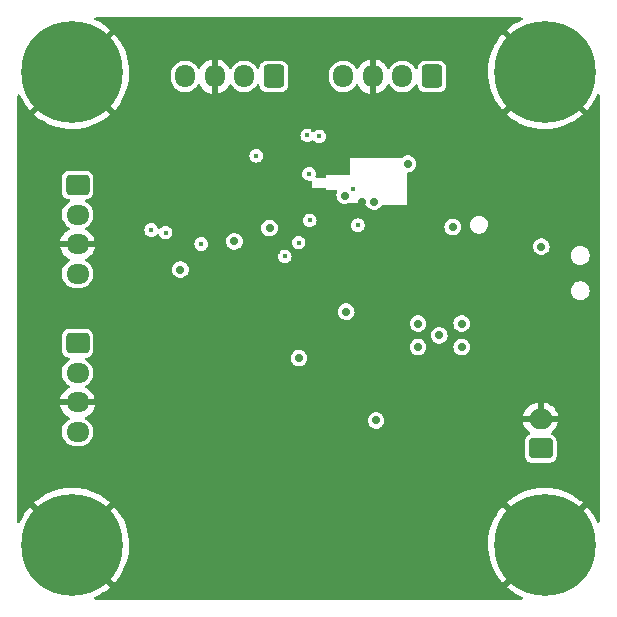
<source format=gbr>
%TF.GenerationSoftware,KiCad,Pcbnew,(6.0.7)*%
%TF.CreationDate,2023-04-20T13:52:41+01:00*%
%TF.ProjectId,BaroAxel_Brain,4261726f-4178-4656-9c5f-427261696e2e,1.0*%
%TF.SameCoordinates,Original*%
%TF.FileFunction,Copper,L2,Inr*%
%TF.FilePolarity,Positive*%
%FSLAX46Y46*%
G04 Gerber Fmt 4.6, Leading zero omitted, Abs format (unit mm)*
G04 Created by KiCad (PCBNEW (6.0.7)) date 2023-04-20 13:52:41*
%MOMM*%
%LPD*%
G01*
G04 APERTURE LIST*
G04 Aperture macros list*
%AMRoundRect*
0 Rectangle with rounded corners*
0 $1 Rounding radius*
0 $2 $3 $4 $5 $6 $7 $8 $9 X,Y pos of 4 corners*
0 Add a 4 corners polygon primitive as box body*
4,1,4,$2,$3,$4,$5,$6,$7,$8,$9,$2,$3,0*
0 Add four circle primitives for the rounded corners*
1,1,$1+$1,$2,$3*
1,1,$1+$1,$4,$5*
1,1,$1+$1,$6,$7*
1,1,$1+$1,$8,$9*
0 Add four rect primitives between the rounded corners*
20,1,$1+$1,$2,$3,$4,$5,0*
20,1,$1+$1,$4,$5,$6,$7,0*
20,1,$1+$1,$6,$7,$8,$9,0*
20,1,$1+$1,$8,$9,$2,$3,0*%
G04 Aperture macros list end*
%TA.AperFunction,ComponentPad*%
%ADD10RoundRect,0.250000X-0.725000X0.600000X-0.725000X-0.600000X0.725000X-0.600000X0.725000X0.600000X0*%
%TD*%
%TA.AperFunction,ComponentPad*%
%ADD11O,1.950000X1.700000*%
%TD*%
%TA.AperFunction,ComponentPad*%
%ADD12RoundRect,0.250000X0.600000X0.725000X-0.600000X0.725000X-0.600000X-0.725000X0.600000X-0.725000X0*%
%TD*%
%TA.AperFunction,ComponentPad*%
%ADD13O,1.700000X1.950000*%
%TD*%
%TA.AperFunction,ComponentPad*%
%ADD14C,0.900000*%
%TD*%
%TA.AperFunction,ComponentPad*%
%ADD15C,8.600000*%
%TD*%
%TA.AperFunction,ComponentPad*%
%ADD16RoundRect,0.250000X0.750000X-0.600000X0.750000X0.600000X-0.750000X0.600000X-0.750000X-0.600000X0*%
%TD*%
%TA.AperFunction,ComponentPad*%
%ADD17O,2.000000X1.700000*%
%TD*%
%TA.AperFunction,ViaPad*%
%ADD18C,0.450000*%
%TD*%
%TA.AperFunction,ViaPad*%
%ADD19C,0.700000*%
%TD*%
G04 APERTURE END LIST*
D10*
%TO.N,+3.3V*%
%TO.C,J102*%
X128270000Y-106280000D03*
D11*
%TO.N,/Microcontroller/SWDIO*%
X128270000Y-108780000D03*
%TO.N,GND*%
X128270000Y-111280000D03*
%TO.N,/Microcontroller/SWDCLK*%
X128270000Y-113780000D03*
%TD*%
D12*
%TO.N,+3.3V*%
%TO.C,J103*%
X144870000Y-97080000D03*
D13*
%TO.N,/Microcontroller/ADC1*%
X142370000Y-97080000D03*
%TO.N,GND*%
X139870000Y-97080000D03*
%TO.N,/Microcontroller/ADC2*%
X137370000Y-97080000D03*
%TD*%
D12*
%TO.N,+3.3V*%
%TO.C,J104*%
X158270000Y-97080000D03*
D13*
%TO.N,/Microcontroller/PWM1*%
X155770000Y-97080000D03*
%TO.N,GND*%
X153270000Y-97080000D03*
%TO.N,/Microcontroller/PWM2*%
X150770000Y-97080000D03*
%TD*%
D14*
%TO.N,GND*%
%TO.C,H103*%
X167820000Y-139955000D03*
X165539581Y-139010419D03*
X171045000Y-136730000D03*
X167820000Y-133505000D03*
X170100419Y-139010419D03*
X164595000Y-136730000D03*
D15*
X167820000Y-136730000D03*
D14*
X170100419Y-134449581D03*
X165539581Y-134449581D03*
%TD*%
%TO.N,GND*%
%TO.C,H102*%
X164595000Y-96730000D03*
X171045000Y-96730000D03*
X167820000Y-99955000D03*
X170100419Y-94449581D03*
X170100419Y-99010419D03*
D15*
X167820000Y-96730000D03*
D14*
X165539581Y-99010419D03*
X167820000Y-93505000D03*
X165539581Y-94449581D03*
%TD*%
D16*
%TO.N,+5V*%
%TO.C,J101*%
X167470000Y-128580000D03*
D17*
%TO.N,GND*%
X167470000Y-126080000D03*
%TD*%
D14*
%TO.N,GND*%
%TO.C,H101*%
X124595000Y-96730000D03*
X130100419Y-94449581D03*
X131045000Y-96730000D03*
D15*
X127820000Y-96730000D03*
D14*
X125539581Y-99010419D03*
X127820000Y-99955000D03*
X125539581Y-94449581D03*
X127820000Y-93505000D03*
X130100419Y-99010419D03*
%TD*%
%TO.N,GND*%
%TO.C,H104*%
X125539581Y-134449581D03*
X130100419Y-134449581D03*
X127820000Y-139955000D03*
D15*
X127820000Y-136730000D03*
D14*
X130100419Y-139010419D03*
X131045000Y-136730000D03*
X124595000Y-136730000D03*
X125539581Y-139010419D03*
X127820000Y-133505000D03*
%TD*%
D10*
%TO.N,+3.3V*%
%TO.C,J105*%
X128270000Y-119680000D03*
D11*
%TO.N,/Microcontroller/UART2_RX*%
X128270000Y-122180000D03*
%TO.N,GND*%
X128270000Y-124680000D03*
%TO.N,/Microcontroller/UART2_TX*%
X128270000Y-127180000D03*
%TD*%
D18*
%TO.N,GND*%
X166490000Y-101700000D03*
X135240000Y-122450000D03*
X125490000Y-124950000D03*
X142490000Y-120200000D03*
X137990000Y-120200000D03*
X131820000Y-120220000D03*
X131490000Y-122950000D03*
X142520000Y-131170000D03*
X135240000Y-120200000D03*
X148620000Y-115930000D03*
X137990000Y-115700000D03*
D19*
X150730000Y-115460000D03*
D18*
X164990000Y-118950000D03*
X162420000Y-131170000D03*
X144480000Y-122440000D03*
D19*
X150920000Y-109720000D03*
D18*
X168740000Y-106200000D03*
X133490000Y-112700000D03*
X155240000Y-110450000D03*
D19*
X145320000Y-119930000D03*
X151020000Y-119830000D03*
D18*
X162420000Y-139970000D03*
X156320000Y-136970000D03*
X159420000Y-133970000D03*
X138420000Y-135970000D03*
X147720000Y-131170000D03*
X147720000Y-128970000D03*
D19*
X150220000Y-113530000D03*
D18*
X152740000Y-114700000D03*
X156320000Y-133970000D03*
X142460000Y-114040000D03*
D19*
X162260000Y-112370000D03*
X149884500Y-109740000D03*
D18*
X156990000Y-111950000D03*
X147820000Y-117530000D03*
X169490000Y-120950000D03*
X156990000Y-110450000D03*
X137990000Y-122450000D03*
D19*
X149020000Y-120880000D03*
D18*
X155240000Y-108950000D03*
X135320000Y-131170000D03*
X133620000Y-128970000D03*
D19*
X155700000Y-127900000D03*
D18*
X150320000Y-128970000D03*
X140740000Y-120200000D03*
D19*
X154390000Y-124600000D03*
D18*
X150240000Y-122450000D03*
D19*
X152370000Y-107670000D03*
D18*
X170990000Y-106200000D03*
X125490000Y-108700000D03*
D19*
X167600000Y-115980000D03*
D18*
X145710000Y-104330000D03*
D19*
X154390000Y-123300000D03*
D18*
X147020000Y-117530000D03*
X159420000Y-139970000D03*
X155990000Y-94450000D03*
X158990000Y-111950000D03*
X135320000Y-135970000D03*
X145740000Y-94450000D03*
D19*
X137680000Y-104110000D03*
D18*
X168740000Y-103950000D03*
X139990000Y-99200000D03*
X155240000Y-113200000D03*
X135320000Y-138970000D03*
X162420000Y-133970000D03*
X133489012Y-115698024D03*
X156990000Y-108950000D03*
X131820000Y-117970000D03*
X135790000Y-111060000D03*
X152740000Y-122450000D03*
X166490000Y-106200000D03*
X142490000Y-117950000D03*
X148620000Y-116730000D03*
X139680000Y-110590000D03*
X160740000Y-106200000D03*
X125450000Y-130950000D03*
X135240000Y-115700000D03*
X142490000Y-115700000D03*
X133620000Y-138970000D03*
X140740000Y-106700000D03*
X148620000Y-117530000D03*
X144420000Y-128970000D03*
X159420000Y-136970000D03*
D19*
X144970000Y-115480000D03*
X155690000Y-124600000D03*
D18*
X133620000Y-131170000D03*
X125490000Y-105450000D03*
X170990000Y-101700000D03*
X136490000Y-94450000D03*
X147020000Y-116730000D03*
X133490000Y-120220000D03*
X147020000Y-115930000D03*
X125490000Y-121950000D03*
X170240000Y-124950000D03*
D19*
X157020000Y-102620000D03*
D18*
X136740000Y-106700000D03*
X156990000Y-113200000D03*
X142490000Y-122450000D03*
D19*
X154890000Y-127150000D03*
D18*
X142520000Y-128970000D03*
X140740000Y-108450000D03*
X138740000Y-108450000D03*
X162240000Y-114700000D03*
X131740000Y-112700000D03*
X142520000Y-133370000D03*
X152870000Y-108620000D03*
X147740000Y-122450000D03*
X144490000Y-120210000D03*
X158728145Y-106190332D03*
X164990000Y-116700000D03*
X142240000Y-94450000D03*
X139240000Y-104200000D03*
D19*
X149920000Y-119930000D03*
D18*
X164990000Y-114700000D03*
X139740000Y-94450000D03*
X133490000Y-117970000D03*
X149740000Y-94450000D03*
X131740000Y-106700000D03*
D19*
X154390000Y-122100000D03*
D18*
X167240000Y-118950000D03*
X137990000Y-117950000D03*
X125490000Y-118450000D03*
X125450000Y-102250000D03*
X159420000Y-131170000D03*
X158990000Y-113200000D03*
X147120000Y-105670000D03*
X164990000Y-113200000D03*
X150320000Y-131170000D03*
X170990000Y-103950000D03*
X125490000Y-114700000D03*
D19*
X156990000Y-124600000D03*
D18*
X125490000Y-128200000D03*
X153233862Y-94445949D03*
D19*
X136980000Y-110970000D03*
D18*
X135320000Y-133370000D03*
X156320000Y-131170000D03*
X144490000Y-117950000D03*
X170240000Y-129700000D03*
X167240000Y-120950000D03*
X155240000Y-111950000D03*
X134240000Y-108450000D03*
X133560000Y-110040000D03*
X125490000Y-111450000D03*
X153240000Y-118200000D03*
X171740000Y-120950000D03*
X147820000Y-116730000D03*
X138420000Y-138970000D03*
X164990000Y-120950000D03*
X133620000Y-133370000D03*
X140740000Y-115700000D03*
X138700000Y-112070000D03*
X131740000Y-115700000D03*
X168740000Y-101700000D03*
X155990000Y-114700000D03*
X145240000Y-111930000D03*
D19*
X137670000Y-101070000D03*
D18*
X151570000Y-106570000D03*
X140740000Y-122450000D03*
X144420000Y-131170000D03*
X133520000Y-122470000D03*
X148520000Y-108170000D03*
X166490000Y-103950000D03*
X150220000Y-101370000D03*
X135240000Y-117950000D03*
X135320000Y-128970000D03*
X162420000Y-136970000D03*
D19*
X149520000Y-112730000D03*
D18*
X145540000Y-108700000D03*
X148220000Y-101630000D03*
X147820000Y-115930000D03*
X142630000Y-103920000D03*
X166490000Y-108200000D03*
X147160000Y-111890000D03*
X140740000Y-114050000D03*
X142520000Y-135970000D03*
X159240000Y-94450000D03*
X133620000Y-135970000D03*
X140740000Y-117950000D03*
X134240000Y-106700000D03*
D19*
%TO.N,+3.3V*%
X158890000Y-119000000D03*
X167540000Y-111480000D03*
X144520000Y-109930000D03*
X147010000Y-120920000D03*
X157090000Y-120000000D03*
D18*
X143390000Y-103800000D03*
D19*
X153370000Y-107670000D03*
X157090000Y-118000000D03*
X136980000Y-113430000D03*
D18*
X138730000Y-111260000D03*
D19*
X150880000Y-107164500D03*
X160790000Y-118000000D03*
D18*
X147920000Y-109270000D03*
D19*
X160790000Y-120000000D03*
X160030000Y-109820000D03*
X153540000Y-126210000D03*
X141550000Y-111050000D03*
X156220000Y-104470000D03*
X151010000Y-117000000D03*
D18*
%TO.N,/Microcontroller/UART2_RX*%
X147720000Y-102070000D03*
X134510000Y-110090000D03*
%TO.N,/Microcontroller/UART2_TX*%
X135720000Y-110300000D03*
X148730000Y-102160000D03*
%TO.N,/Microcontroller/NRST*%
X147870000Y-105330000D03*
X152000000Y-109680000D03*
%TO.N,/Microcontroller/I2C1_SDA*%
X146980000Y-111150000D03*
X145810000Y-112320000D03*
%TD*%
%TA.AperFunction,Conductor*%
%TO.N,GND*%
G36*
X165914932Y-92100502D02*
G01*
X165961425Y-92154158D01*
X165971529Y-92224432D01*
X165942035Y-92289012D01*
X165899562Y-92320926D01*
X165615133Y-92452050D01*
X165610164Y-92454614D01*
X165243581Y-92664984D01*
X165238848Y-92667987D01*
X164892420Y-92910109D01*
X164887979Y-92913517D01*
X164616476Y-93141739D01*
X164608031Y-93154456D01*
X164614139Y-93164929D01*
X165013493Y-93564283D01*
X165512365Y-94063156D01*
X165539580Y-94090371D01*
X166424878Y-94975668D01*
X170100419Y-98651209D01*
X170985717Y-99536506D01*
X171382145Y-99932934D01*
X171395903Y-99940446D01*
X171405263Y-99933989D01*
X171574244Y-99741303D01*
X171577744Y-99736935D01*
X171827073Y-99395645D01*
X171830168Y-99390987D01*
X172048160Y-99028903D01*
X172050841Y-99023964D01*
X172230204Y-98655401D01*
X172277998Y-98602901D01*
X172346589Y-98584575D01*
X172414199Y-98606241D01*
X172459362Y-98661020D01*
X172469500Y-98710537D01*
X172469500Y-134758772D01*
X172449498Y-134826893D01*
X172395842Y-134873386D01*
X172325568Y-134883490D01*
X172260988Y-134853996D01*
X172227473Y-134807903D01*
X172165098Y-134660599D01*
X172162683Y-134655536D01*
X171963936Y-134282535D01*
X171961085Y-134277713D01*
X171729974Y-133923865D01*
X171726692Y-133919297D01*
X171465030Y-133587380D01*
X171461382Y-133583155D01*
X171408103Y-133526715D01*
X171394389Y-133518705D01*
X171393517Y-133518742D01*
X171385438Y-133523772D01*
X170985717Y-133923493D01*
X170100419Y-134808790D01*
X169574332Y-135334878D01*
X166424879Y-138484331D01*
X165539581Y-139369628D01*
X165013494Y-139895716D01*
X164616736Y-140292474D01*
X164609122Y-140306418D01*
X164609171Y-140307110D01*
X164614617Y-140315274D01*
X164692268Y-140387812D01*
X164696507Y-140391433D01*
X165029802Y-140651363D01*
X165034359Y-140654602D01*
X165389448Y-140883880D01*
X165394250Y-140886686D01*
X165768316Y-141083491D01*
X165773374Y-141085871D01*
X165896424Y-141137218D01*
X165951588Y-141181911D01*
X165973832Y-141249332D01*
X165956094Y-141318077D01*
X165904006Y-141366320D01*
X165847901Y-141379500D01*
X129790718Y-141379500D01*
X129722597Y-141359498D01*
X129676104Y-141305842D01*
X129666000Y-141235568D01*
X129695494Y-141170988D01*
X129740980Y-141137732D01*
X129912126Y-141064202D01*
X129917169Y-141061764D01*
X130289131Y-140861063D01*
X130293935Y-140858188D01*
X130646563Y-140625231D01*
X130651126Y-140621916D01*
X130981658Y-140358529D01*
X130985873Y-140354852D01*
X131023823Y-140318649D01*
X131031763Y-140304890D01*
X131031713Y-140303843D01*
X131026822Y-140296032D01*
X130626507Y-139895717D01*
X129741210Y-139010419D01*
X129215122Y-138484332D01*
X127461922Y-136731132D01*
X128184408Y-136731132D01*
X128184539Y-136732965D01*
X128188790Y-136739580D01*
X129574331Y-138125121D01*
X130090621Y-138641412D01*
X130100418Y-138651209D01*
X130985716Y-139536506D01*
X131382142Y-139932932D01*
X131395903Y-139940446D01*
X131405263Y-139933989D01*
X131574244Y-139741303D01*
X131577744Y-139736935D01*
X131827073Y-139395645D01*
X131830168Y-139390987D01*
X132048160Y-139028903D01*
X132050841Y-139023964D01*
X132235779Y-138643946D01*
X132238014Y-138638780D01*
X132388442Y-138243815D01*
X132390201Y-138238496D01*
X132504920Y-137831730D01*
X132506204Y-137826259D01*
X132584315Y-137410883D01*
X132585102Y-137405346D01*
X132626035Y-136984102D01*
X132626308Y-136979665D01*
X132632788Y-136732233D01*
X132632746Y-136727762D01*
X132627360Y-136606825D01*
X163008855Y-136606825D01*
X163016600Y-137029410D01*
X163016950Y-137034976D01*
X163062231Y-137455208D01*
X163063078Y-137460746D01*
X163145535Y-137875286D01*
X163146864Y-137880698D01*
X163265852Y-138286289D01*
X163267658Y-138291564D01*
X163422219Y-138684948D01*
X163424501Y-138690072D01*
X163613416Y-139068150D01*
X163616140Y-139073043D01*
X163837917Y-139432833D01*
X163841068Y-139437469D01*
X164093955Y-139776127D01*
X164097488Y-139780444D01*
X164233222Y-139931988D01*
X164246717Y-139940351D01*
X164256128Y-139934662D01*
X164654283Y-139536507D01*
X165539581Y-138651210D01*
X165549378Y-138641413D01*
X166065668Y-138125122D01*
X167447978Y-136742812D01*
X167455592Y-136728868D01*
X167455461Y-136727035D01*
X167451210Y-136720420D01*
X166065669Y-135334879D01*
X165180372Y-134449581D01*
X164654284Y-133923494D01*
X164255561Y-133524771D01*
X164242253Y-133517504D01*
X164232214Y-133524626D01*
X163988223Y-133817994D01*
X163984828Y-133822467D01*
X163744528Y-134170152D01*
X163741549Y-134174902D01*
X163533106Y-134542575D01*
X163530562Y-134547568D01*
X163355629Y-134932312D01*
X163353538Y-134937511D01*
X163213498Y-135336290D01*
X163211877Y-135341659D01*
X163107840Y-135751303D01*
X163106706Y-135756776D01*
X163039496Y-136174054D01*
X163038851Y-136179632D01*
X163009002Y-136601204D01*
X163008855Y-136606825D01*
X132627360Y-136606825D01*
X132613917Y-136304973D01*
X132613419Y-136299386D01*
X132557155Y-135880499D01*
X132556162Y-135874976D01*
X132462883Y-135462748D01*
X132461410Y-135457361D01*
X132331847Y-135055025D01*
X132329910Y-135049815D01*
X132165098Y-134660599D01*
X132162683Y-134655536D01*
X131963936Y-134282535D01*
X131961085Y-134277713D01*
X131729974Y-133923865D01*
X131726692Y-133919297D01*
X131465030Y-133587380D01*
X131461382Y-133583155D01*
X131408103Y-133526715D01*
X131394389Y-133518705D01*
X131393517Y-133518742D01*
X131385438Y-133523772D01*
X130985717Y-133923493D01*
X130100419Y-134808790D01*
X129574332Y-135334878D01*
X128192022Y-136717188D01*
X128184408Y-136731132D01*
X127461922Y-136731132D01*
X126065669Y-135334879D01*
X125180372Y-134449581D01*
X124654284Y-133923494D01*
X124255561Y-133524771D01*
X124242253Y-133517504D01*
X124232214Y-133524626D01*
X123988223Y-133817994D01*
X123984828Y-133822467D01*
X123744528Y-134170152D01*
X123741549Y-134174902D01*
X123533106Y-134542575D01*
X123530562Y-134547568D01*
X123411201Y-134810087D01*
X123364797Y-134863820D01*
X123296710Y-134883936D01*
X123228556Y-134864047D01*
X123181974Y-134810469D01*
X123170500Y-134757936D01*
X123170500Y-133154456D01*
X124608031Y-133154456D01*
X124614139Y-133164929D01*
X125013493Y-133564283D01*
X125539580Y-134090371D01*
X126424878Y-134975668D01*
X127807188Y-136357978D01*
X127821132Y-136365592D01*
X127822965Y-136365461D01*
X127829580Y-136361210D01*
X129215121Y-134975669D01*
X130100419Y-134090372D01*
X130626506Y-133564284D01*
X131022754Y-133168036D01*
X131030169Y-133154456D01*
X164608031Y-133154456D01*
X164614139Y-133164929D01*
X165013493Y-133564283D01*
X165539580Y-134090371D01*
X166424878Y-134975668D01*
X167807188Y-136357978D01*
X167821132Y-136365592D01*
X167822965Y-136365461D01*
X167829580Y-136361210D01*
X169215121Y-134975669D01*
X170100419Y-134090372D01*
X170626506Y-133564284D01*
X171022754Y-133168036D01*
X171030316Y-133154187D01*
X171023987Y-133144962D01*
X170850928Y-132991582D01*
X170846561Y-132988046D01*
X170506600Y-132736948D01*
X170501947Y-132733821D01*
X170140995Y-132513926D01*
X170136094Y-132511232D01*
X169757027Y-132324297D01*
X169751904Y-132322048D01*
X169357707Y-132169545D01*
X169352417Y-132167765D01*
X168946218Y-132050904D01*
X168940794Y-132049602D01*
X168525822Y-131969316D01*
X168520293Y-131968500D01*
X168099828Y-131925420D01*
X168094247Y-131925098D01*
X167671635Y-131919566D01*
X167666024Y-131919742D01*
X167244593Y-131951800D01*
X167239036Y-131952472D01*
X166822128Y-132021864D01*
X166816631Y-132023032D01*
X166407547Y-132129209D01*
X166402181Y-132130861D01*
X166004153Y-132272983D01*
X165998965Y-132275100D01*
X165615133Y-132452050D01*
X165610164Y-132454614D01*
X165243581Y-132664984D01*
X165238848Y-132667987D01*
X164892420Y-132910109D01*
X164887979Y-132913517D01*
X164616476Y-133141739D01*
X164608031Y-133154456D01*
X131030169Y-133154456D01*
X131030316Y-133154187D01*
X131023987Y-133144962D01*
X130850928Y-132991582D01*
X130846561Y-132988046D01*
X130506600Y-132736948D01*
X130501947Y-132733821D01*
X130140995Y-132513926D01*
X130136094Y-132511232D01*
X129757027Y-132324297D01*
X129751904Y-132322048D01*
X129357707Y-132169545D01*
X129352417Y-132167765D01*
X128946218Y-132050904D01*
X128940794Y-132049602D01*
X128525822Y-131969316D01*
X128520293Y-131968500D01*
X128099828Y-131925420D01*
X128094247Y-131925098D01*
X127671635Y-131919566D01*
X127666024Y-131919742D01*
X127244593Y-131951800D01*
X127239036Y-131952472D01*
X126822128Y-132021864D01*
X126816631Y-132023032D01*
X126407547Y-132129209D01*
X126402181Y-132130861D01*
X126004153Y-132272983D01*
X125998965Y-132275100D01*
X125615133Y-132452050D01*
X125610164Y-132454614D01*
X125243581Y-132664984D01*
X125238848Y-132667987D01*
X124892420Y-132910109D01*
X124887979Y-132913517D01*
X124616476Y-133141739D01*
X124608031Y-133154456D01*
X123170500Y-133154456D01*
X123170500Y-124948580D01*
X126813752Y-124948580D01*
X126838477Y-125066421D01*
X126841537Y-125076617D01*
X126922263Y-125281029D01*
X126926994Y-125290561D01*
X127041016Y-125478462D01*
X127047280Y-125487052D01*
X127191327Y-125653052D01*
X127198958Y-125660472D01*
X127368911Y-125799826D01*
X127377678Y-125805850D01*
X127560912Y-125910153D01*
X127610218Y-125961235D01*
X127624080Y-126030865D01*
X127598097Y-126096936D01*
X127554310Y-126132660D01*
X127520234Y-126149465D01*
X127515053Y-126152020D01*
X127510427Y-126155474D01*
X127510426Y-126155475D01*
X127342891Y-126280580D01*
X127338267Y-126284033D01*
X127188499Y-126446051D01*
X127070764Y-126632650D01*
X126989006Y-126837579D01*
X126987880Y-126843239D01*
X126987879Y-126843243D01*
X126947089Y-127048309D01*
X126945962Y-127053976D01*
X126945886Y-127059751D01*
X126945886Y-127059755D01*
X126944437Y-127170496D01*
X126943074Y-127274594D01*
X126944053Y-127280291D01*
X126944053Y-127280292D01*
X126948475Y-127306024D01*
X126980438Y-127492043D01*
X127056804Y-127699043D01*
X127169614Y-127888659D01*
X127315090Y-128054543D01*
X127488360Y-128191137D01*
X127683620Y-128293869D01*
X127894333Y-128359297D01*
X127900070Y-128359976D01*
X128069789Y-128380064D01*
X128069795Y-128380064D01*
X128073476Y-128380500D01*
X128450970Y-128380500D01*
X128614711Y-128365454D01*
X128620273Y-128363885D01*
X128620275Y-128363885D01*
X128720888Y-128335509D01*
X128827064Y-128305565D01*
X129024947Y-128207980D01*
X129047503Y-128191137D01*
X129197109Y-128079420D01*
X129197110Y-128079420D01*
X129201733Y-128075967D01*
X129351501Y-127913949D01*
X129469236Y-127727350D01*
X129550994Y-127522421D01*
X129572308Y-127415271D01*
X129592911Y-127311691D01*
X129592911Y-127311688D01*
X129594038Y-127306024D01*
X129594450Y-127274594D01*
X129596850Y-127091188D01*
X129596926Y-127085406D01*
X129592642Y-127060472D01*
X129560541Y-126873654D01*
X129560541Y-126873653D01*
X129559562Y-126867957D01*
X129483196Y-126660957D01*
X129463450Y-126627767D01*
X129373340Y-126476306D01*
X129373339Y-126476305D01*
X129370386Y-126471341D01*
X129224910Y-126305457D01*
X129094449Y-126202611D01*
X152834394Y-126202611D01*
X152852999Y-126371135D01*
X152911266Y-126530356D01*
X152915502Y-126536659D01*
X152915502Y-126536660D01*
X152928574Y-126556113D01*
X153005830Y-126671083D01*
X153011442Y-126676190D01*
X153011445Y-126676193D01*
X153125612Y-126780077D01*
X153125616Y-126780080D01*
X153131233Y-126785191D01*
X153137906Y-126788814D01*
X153137910Y-126788817D01*
X153273558Y-126862467D01*
X153273560Y-126862468D01*
X153280235Y-126866092D01*
X153287584Y-126868020D01*
X153436883Y-126907188D01*
X153436885Y-126907188D01*
X153444233Y-126909116D01*
X153530609Y-126910473D01*
X153606161Y-126911660D01*
X153606164Y-126911660D01*
X153613760Y-126911779D01*
X153621165Y-126910083D01*
X153621166Y-126910083D01*
X153681586Y-126896245D01*
X153779029Y-126873928D01*
X153930498Y-126797747D01*
X154059423Y-126687634D01*
X154158361Y-126549947D01*
X154166237Y-126530356D01*
X154218766Y-126399687D01*
X154218767Y-126399685D01*
X154221601Y-126392634D01*
X154227871Y-126348580D01*
X165988752Y-126348580D01*
X166013477Y-126466421D01*
X166016537Y-126476617D01*
X166097263Y-126681029D01*
X166101994Y-126690561D01*
X166216016Y-126878462D01*
X166222280Y-126887052D01*
X166366327Y-127053052D01*
X166373958Y-127060472D01*
X166545866Y-127201428D01*
X166585861Y-127260088D01*
X166587792Y-127331058D01*
X166551048Y-127391806D01*
X166514192Y-127415271D01*
X166417159Y-127455464D01*
X166291718Y-127551718D01*
X166195464Y-127677159D01*
X166134956Y-127823238D01*
X166119500Y-127940639D01*
X166119501Y-129219360D01*
X166134956Y-129336762D01*
X166195464Y-129482841D01*
X166291718Y-129608282D01*
X166417159Y-129704536D01*
X166563238Y-129765044D01*
X166571426Y-129766122D01*
X166676545Y-129779961D01*
X166680639Y-129780500D01*
X167469904Y-129780500D01*
X168259360Y-129780499D01*
X168263444Y-129779961D01*
X168263450Y-129779961D01*
X168368575Y-129766122D01*
X168368577Y-129766122D01*
X168376762Y-129765044D01*
X168522841Y-129704536D01*
X168648282Y-129608282D01*
X168744536Y-129482841D01*
X168805044Y-129336762D01*
X168820500Y-129219361D01*
X168820499Y-127940640D01*
X168816986Y-127913949D01*
X168806122Y-127831425D01*
X168806122Y-127831423D01*
X168805044Y-127823238D01*
X168744536Y-127677159D01*
X168648282Y-127551718D01*
X168522841Y-127455464D01*
X168421379Y-127413437D01*
X168366099Y-127368888D01*
X168343678Y-127301525D01*
X168361236Y-127232734D01*
X168399232Y-127192507D01*
X168469578Y-127145148D01*
X168477870Y-127138481D01*
X168636900Y-126986772D01*
X168643941Y-126978814D01*
X168775141Y-126802475D01*
X168780745Y-126793438D01*
X168880357Y-126597516D01*
X168884357Y-126587665D01*
X168949534Y-126377760D01*
X168951817Y-126367376D01*
X168953861Y-126351957D01*
X168951665Y-126337793D01*
X168938478Y-126334000D01*
X166003808Y-126334000D01*
X165990277Y-126337973D01*
X165988752Y-126348580D01*
X154227871Y-126348580D01*
X154245490Y-126224778D01*
X154245645Y-126210000D01*
X154243840Y-126195080D01*
X154236286Y-126132660D01*
X154225276Y-126041680D01*
X154165345Y-125883077D01*
X154122086Y-125820135D01*
X154113775Y-125808043D01*
X165986139Y-125808043D01*
X165988335Y-125822207D01*
X166001522Y-125826000D01*
X167197885Y-125826000D01*
X167213124Y-125821525D01*
X167214329Y-125820135D01*
X167216000Y-125812452D01*
X167216000Y-125807885D01*
X167724000Y-125807885D01*
X167728475Y-125823124D01*
X167729865Y-125824329D01*
X167737548Y-125826000D01*
X168936192Y-125826000D01*
X168949723Y-125822027D01*
X168951248Y-125811420D01*
X168926523Y-125693579D01*
X168923463Y-125683383D01*
X168842737Y-125478971D01*
X168838006Y-125469439D01*
X168723984Y-125281538D01*
X168717720Y-125272948D01*
X168573673Y-125106948D01*
X168566042Y-125099528D01*
X168396089Y-124960174D01*
X168387322Y-124954150D01*
X168196318Y-124845424D01*
X168186654Y-124840959D01*
X167980059Y-124765969D01*
X167969792Y-124763198D01*
X167752345Y-124723877D01*
X167744116Y-124722944D01*
X167739624Y-124722732D01*
X167726876Y-124726475D01*
X167725671Y-124727865D01*
X167724000Y-124735548D01*
X167724000Y-125807885D01*
X167216000Y-125807885D01*
X167216000Y-124744030D01*
X167211690Y-124729352D01*
X167199807Y-124727289D01*
X167095675Y-124736124D01*
X167085203Y-124737914D01*
X166872465Y-124793130D01*
X166862425Y-124796665D01*
X166662030Y-124886937D01*
X166652744Y-124892106D01*
X166470425Y-125014850D01*
X166462130Y-125021519D01*
X166303100Y-125173228D01*
X166296059Y-125181186D01*
X166164859Y-125357525D01*
X166159255Y-125366562D01*
X166059643Y-125562484D01*
X166055643Y-125572335D01*
X165990466Y-125782240D01*
X165988183Y-125792624D01*
X165986139Y-125808043D01*
X154113775Y-125808043D01*
X154073614Y-125749608D01*
X154073613Y-125749607D01*
X154069312Y-125743349D01*
X154013452Y-125693579D01*
X153948392Y-125635612D01*
X153948388Y-125635610D01*
X153942721Y-125630560D01*
X153792881Y-125551224D01*
X153628441Y-125509919D01*
X153620843Y-125509879D01*
X153620841Y-125509879D01*
X153543668Y-125509475D01*
X153458895Y-125509031D01*
X153451508Y-125510805D01*
X153451504Y-125510805D01*
X153308162Y-125545220D01*
X153294032Y-125548612D01*
X153287288Y-125552093D01*
X153287285Y-125552094D01*
X153220098Y-125586772D01*
X153143369Y-125626375D01*
X153137647Y-125631367D01*
X153137645Y-125631368D01*
X153078019Y-125683383D01*
X153015604Y-125737831D01*
X152918113Y-125876547D01*
X152856524Y-126034513D01*
X152855532Y-126042046D01*
X152855532Y-126042047D01*
X152839191Y-126166175D01*
X152834394Y-126202611D01*
X129094449Y-126202611D01*
X129051640Y-126168863D01*
X128977989Y-126130113D01*
X128927017Y-126080693D01*
X128910854Y-126011561D01*
X128934633Y-125944665D01*
X128984907Y-125903723D01*
X129052966Y-125873065D01*
X129062256Y-125867894D01*
X129244575Y-125745150D01*
X129252870Y-125738481D01*
X129411900Y-125586772D01*
X129418941Y-125578814D01*
X129550141Y-125402475D01*
X129555745Y-125393438D01*
X129655357Y-125197516D01*
X129659357Y-125187665D01*
X129724534Y-124977760D01*
X129726817Y-124967376D01*
X129728861Y-124951957D01*
X129726665Y-124937793D01*
X129713478Y-124934000D01*
X126828808Y-124934000D01*
X126815277Y-124937973D01*
X126813752Y-124948580D01*
X123170500Y-124948580D01*
X123170500Y-124408043D01*
X126811139Y-124408043D01*
X126813335Y-124422207D01*
X126826522Y-124426000D01*
X129711192Y-124426000D01*
X129724723Y-124422027D01*
X129726248Y-124411420D01*
X129701523Y-124293579D01*
X129698463Y-124283383D01*
X129617737Y-124078971D01*
X129613006Y-124069439D01*
X129498984Y-123881538D01*
X129492720Y-123872948D01*
X129348673Y-123706948D01*
X129341042Y-123699528D01*
X129171089Y-123560174D01*
X129162322Y-123554150D01*
X128979088Y-123449847D01*
X128929782Y-123398765D01*
X128915920Y-123329135D01*
X128941903Y-123263064D01*
X128985690Y-123227340D01*
X129019766Y-123210535D01*
X129024947Y-123207980D01*
X129047503Y-123191137D01*
X129197109Y-123079420D01*
X129197110Y-123079420D01*
X129201733Y-123075967D01*
X129351501Y-122913949D01*
X129469236Y-122727350D01*
X129550994Y-122522421D01*
X129594038Y-122306024D01*
X129594450Y-122274594D01*
X129596850Y-122091188D01*
X129596926Y-122085406D01*
X129595947Y-122079708D01*
X129560541Y-121873654D01*
X129560541Y-121873653D01*
X129559562Y-121867957D01*
X129483196Y-121660957D01*
X129463450Y-121627767D01*
X129373340Y-121476306D01*
X129373339Y-121476305D01*
X129370386Y-121471341D01*
X129224910Y-121305457D01*
X129051640Y-121168863D01*
X128954979Y-121118007D01*
X128904007Y-121068588D01*
X128887844Y-120999455D01*
X128911623Y-120932559D01*
X128937429Y-120912611D01*
X146304394Y-120912611D01*
X146322999Y-121081135D01*
X146381266Y-121240356D01*
X146385502Y-121246659D01*
X146385502Y-121246660D01*
X146398574Y-121266113D01*
X146475830Y-121381083D01*
X146481442Y-121386190D01*
X146481445Y-121386193D01*
X146595612Y-121490077D01*
X146595616Y-121490080D01*
X146601233Y-121495191D01*
X146607906Y-121498814D01*
X146607910Y-121498817D01*
X146743558Y-121572467D01*
X146743560Y-121572468D01*
X146750235Y-121576092D01*
X146757584Y-121578020D01*
X146906883Y-121617188D01*
X146906885Y-121617188D01*
X146914233Y-121619116D01*
X147000609Y-121620473D01*
X147076161Y-121621660D01*
X147076164Y-121621660D01*
X147083760Y-121621779D01*
X147091165Y-121620083D01*
X147091166Y-121620083D01*
X147151586Y-121606245D01*
X147249029Y-121583928D01*
X147400498Y-121507747D01*
X147529423Y-121397634D01*
X147628361Y-121259947D01*
X147636237Y-121240356D01*
X147688766Y-121109687D01*
X147688767Y-121109685D01*
X147691601Y-121102634D01*
X147715490Y-120934778D01*
X147715645Y-120920000D01*
X147713840Y-120905080D01*
X147708612Y-120861884D01*
X147695276Y-120751680D01*
X147635345Y-120593077D01*
X147623052Y-120575191D01*
X147543614Y-120459608D01*
X147543613Y-120459607D01*
X147539312Y-120453349D01*
X147527514Y-120442837D01*
X147418392Y-120345612D01*
X147418388Y-120345610D01*
X147412721Y-120340560D01*
X147386469Y-120326660D01*
X147345080Y-120304746D01*
X147262881Y-120261224D01*
X147098441Y-120219919D01*
X147090843Y-120219879D01*
X147090841Y-120219879D01*
X147013668Y-120219475D01*
X146928895Y-120219031D01*
X146921508Y-120220805D01*
X146921504Y-120220805D01*
X146778162Y-120255220D01*
X146764032Y-120258612D01*
X146757288Y-120262093D01*
X146757285Y-120262094D01*
X146632191Y-120326660D01*
X146613369Y-120336375D01*
X146485604Y-120447831D01*
X146472699Y-120466193D01*
X146393546Y-120578817D01*
X146388113Y-120586547D01*
X146326524Y-120744513D01*
X146325532Y-120752046D01*
X146325532Y-120752047D01*
X146308622Y-120880499D01*
X146304394Y-120912611D01*
X128937429Y-120912611D01*
X128967794Y-120889139D01*
X129013647Y-120880499D01*
X129034360Y-120880499D01*
X129038444Y-120879961D01*
X129038450Y-120879961D01*
X129143575Y-120866122D01*
X129143577Y-120866122D01*
X129151762Y-120865044D01*
X129297841Y-120804536D01*
X129423282Y-120708282D01*
X129519536Y-120582841D01*
X129580044Y-120436762D01*
X129595500Y-120319361D01*
X129595500Y-119992611D01*
X156384394Y-119992611D01*
X156402999Y-120161135D01*
X156461266Y-120320356D01*
X156465502Y-120326659D01*
X156465502Y-120326660D01*
X156474842Y-120340560D01*
X156555830Y-120461083D01*
X156561442Y-120466190D01*
X156561445Y-120466193D01*
X156675612Y-120570077D01*
X156675616Y-120570080D01*
X156681233Y-120575191D01*
X156687906Y-120578814D01*
X156687910Y-120578817D01*
X156823558Y-120652467D01*
X156823560Y-120652468D01*
X156830235Y-120656092D01*
X156837584Y-120658020D01*
X156986883Y-120697188D01*
X156986885Y-120697188D01*
X156994233Y-120699116D01*
X157080609Y-120700473D01*
X157156161Y-120701660D01*
X157156164Y-120701660D01*
X157163760Y-120701779D01*
X157171165Y-120700083D01*
X157171166Y-120700083D01*
X157231586Y-120686245D01*
X157329029Y-120663928D01*
X157480498Y-120587747D01*
X157609423Y-120477634D01*
X157708361Y-120339947D01*
X157718294Y-120315239D01*
X157768766Y-120189687D01*
X157768767Y-120189685D01*
X157771601Y-120182634D01*
X157795490Y-120014778D01*
X157795645Y-120000000D01*
X157794751Y-119992611D01*
X160084394Y-119992611D01*
X160102999Y-120161135D01*
X160161266Y-120320356D01*
X160165502Y-120326659D01*
X160165502Y-120326660D01*
X160174842Y-120340560D01*
X160255830Y-120461083D01*
X160261442Y-120466190D01*
X160261445Y-120466193D01*
X160375612Y-120570077D01*
X160375616Y-120570080D01*
X160381233Y-120575191D01*
X160387906Y-120578814D01*
X160387910Y-120578817D01*
X160523558Y-120652467D01*
X160523560Y-120652468D01*
X160530235Y-120656092D01*
X160537584Y-120658020D01*
X160686883Y-120697188D01*
X160686885Y-120697188D01*
X160694233Y-120699116D01*
X160780609Y-120700473D01*
X160856161Y-120701660D01*
X160856164Y-120701660D01*
X160863760Y-120701779D01*
X160871165Y-120700083D01*
X160871166Y-120700083D01*
X160931586Y-120686245D01*
X161029029Y-120663928D01*
X161180498Y-120587747D01*
X161309423Y-120477634D01*
X161408361Y-120339947D01*
X161418294Y-120315239D01*
X161468766Y-120189687D01*
X161468767Y-120189685D01*
X161471601Y-120182634D01*
X161495490Y-120014778D01*
X161495645Y-120000000D01*
X161493840Y-119985080D01*
X161476188Y-119839220D01*
X161475276Y-119831680D01*
X161415345Y-119673077D01*
X161404997Y-119658020D01*
X161323614Y-119539608D01*
X161323613Y-119539607D01*
X161319312Y-119533349D01*
X161307514Y-119522837D01*
X161198392Y-119425612D01*
X161198388Y-119425610D01*
X161192721Y-119420560D01*
X161042881Y-119341224D01*
X160878441Y-119299919D01*
X160870843Y-119299879D01*
X160870841Y-119299879D01*
X160793668Y-119299475D01*
X160708895Y-119299031D01*
X160701508Y-119300805D01*
X160701504Y-119300805D01*
X160567824Y-119332900D01*
X160544032Y-119338612D01*
X160537288Y-119342093D01*
X160537285Y-119342094D01*
X160400117Y-119412892D01*
X160393369Y-119416375D01*
X160265604Y-119527831D01*
X160261237Y-119534045D01*
X160178009Y-119652467D01*
X160168113Y-119666547D01*
X160106524Y-119824513D01*
X160084394Y-119992611D01*
X157794751Y-119992611D01*
X157793840Y-119985080D01*
X157776188Y-119839220D01*
X157775276Y-119831680D01*
X157715345Y-119673077D01*
X157704997Y-119658020D01*
X157623614Y-119539608D01*
X157623613Y-119539607D01*
X157619312Y-119533349D01*
X157607514Y-119522837D01*
X157498392Y-119425612D01*
X157498388Y-119425610D01*
X157492721Y-119420560D01*
X157342881Y-119341224D01*
X157178441Y-119299919D01*
X157170843Y-119299879D01*
X157170841Y-119299879D01*
X157093668Y-119299475D01*
X157008895Y-119299031D01*
X157001508Y-119300805D01*
X157001504Y-119300805D01*
X156867824Y-119332900D01*
X156844032Y-119338612D01*
X156837288Y-119342093D01*
X156837285Y-119342094D01*
X156700117Y-119412892D01*
X156693369Y-119416375D01*
X156565604Y-119527831D01*
X156561237Y-119534045D01*
X156478009Y-119652467D01*
X156468113Y-119666547D01*
X156406524Y-119824513D01*
X156384394Y-119992611D01*
X129595500Y-119992611D01*
X129595499Y-119040640D01*
X129592095Y-119014778D01*
X129589177Y-118992611D01*
X158184394Y-118992611D01*
X158202999Y-119161135D01*
X158261266Y-119320356D01*
X158265502Y-119326659D01*
X158265502Y-119326660D01*
X158275289Y-119341224D01*
X158355830Y-119461083D01*
X158361442Y-119466190D01*
X158361445Y-119466193D01*
X158475612Y-119570077D01*
X158475616Y-119570080D01*
X158481233Y-119575191D01*
X158487906Y-119578814D01*
X158487910Y-119578817D01*
X158623558Y-119652467D01*
X158623560Y-119652468D01*
X158630235Y-119656092D01*
X158637584Y-119658020D01*
X158786883Y-119697188D01*
X158786885Y-119697188D01*
X158794233Y-119699116D01*
X158880609Y-119700473D01*
X158956161Y-119701660D01*
X158956164Y-119701660D01*
X158963760Y-119701779D01*
X158971165Y-119700083D01*
X158971166Y-119700083D01*
X159031586Y-119686245D01*
X159129029Y-119663928D01*
X159280498Y-119587747D01*
X159409423Y-119477634D01*
X159508361Y-119339947D01*
X159516237Y-119320356D01*
X159568766Y-119189687D01*
X159568767Y-119189685D01*
X159571601Y-119182634D01*
X159591223Y-119044761D01*
X159594909Y-119018862D01*
X159594909Y-119018859D01*
X159595490Y-119014778D01*
X159595645Y-119000000D01*
X159593840Y-118985080D01*
X159585433Y-118915610D01*
X159575276Y-118831680D01*
X159515345Y-118673077D01*
X159504997Y-118658020D01*
X159423614Y-118539608D01*
X159423613Y-118539607D01*
X159419312Y-118533349D01*
X159375011Y-118493878D01*
X159298392Y-118425612D01*
X159298388Y-118425610D01*
X159292721Y-118420560D01*
X159142881Y-118341224D01*
X158978441Y-118299919D01*
X158970843Y-118299879D01*
X158970841Y-118299879D01*
X158893668Y-118299475D01*
X158808895Y-118299031D01*
X158801508Y-118300805D01*
X158801504Y-118300805D01*
X158667824Y-118332900D01*
X158644032Y-118338612D01*
X158637288Y-118342093D01*
X158637285Y-118342094D01*
X158500117Y-118412892D01*
X158493369Y-118416375D01*
X158365604Y-118527831D01*
X158361237Y-118534045D01*
X158278009Y-118652467D01*
X158268113Y-118666547D01*
X158206524Y-118824513D01*
X158184394Y-118992611D01*
X129589177Y-118992611D01*
X129581122Y-118931425D01*
X129581122Y-118931423D01*
X129580044Y-118923238D01*
X129519536Y-118777159D01*
X129423282Y-118651718D01*
X129297841Y-118555464D01*
X129151762Y-118494956D01*
X129057635Y-118482564D01*
X129038448Y-118480038D01*
X129038447Y-118480038D01*
X129034361Y-118479500D01*
X128270093Y-118479500D01*
X127505640Y-118479501D01*
X127501556Y-118480039D01*
X127501550Y-118480039D01*
X127396425Y-118493878D01*
X127396423Y-118493878D01*
X127388238Y-118494956D01*
X127242159Y-118555464D01*
X127116718Y-118651718D01*
X127020464Y-118777159D01*
X126959956Y-118923238D01*
X126944500Y-119040639D01*
X126944501Y-120319360D01*
X126945039Y-120323444D01*
X126945039Y-120323450D01*
X126958878Y-120428574D01*
X126959956Y-120436762D01*
X127020464Y-120582841D01*
X127116718Y-120708282D01*
X127242159Y-120804536D01*
X127388238Y-120865044D01*
X127396426Y-120866122D01*
X127501545Y-120879961D01*
X127505639Y-120880500D01*
X127525257Y-120880500D01*
X127593378Y-120900502D01*
X127639871Y-120954158D01*
X127649975Y-121024432D01*
X127620481Y-121089012D01*
X127580985Y-121119506D01*
X127515053Y-121152020D01*
X127510427Y-121155474D01*
X127510426Y-121155475D01*
X127487709Y-121172439D01*
X127338267Y-121284033D01*
X127188499Y-121446051D01*
X127070764Y-121632650D01*
X126989006Y-121837579D01*
X126945962Y-122053976D01*
X126945886Y-122059751D01*
X126945886Y-122059755D01*
X126945475Y-122091188D01*
X126943074Y-122274594D01*
X126944053Y-122280291D01*
X126944053Y-122280292D01*
X126948475Y-122306024D01*
X126980438Y-122492043D01*
X127056804Y-122699043D01*
X127169614Y-122888659D01*
X127315090Y-123054543D01*
X127488360Y-123191137D01*
X127555611Y-123226520D01*
X127562011Y-123229887D01*
X127612983Y-123279307D01*
X127629146Y-123348439D01*
X127605367Y-123415335D01*
X127555093Y-123456277D01*
X127487034Y-123486935D01*
X127477744Y-123492106D01*
X127295425Y-123614850D01*
X127287130Y-123621519D01*
X127128100Y-123773228D01*
X127121059Y-123781186D01*
X126989859Y-123957525D01*
X126984255Y-123966562D01*
X126884643Y-124162484D01*
X126880643Y-124172335D01*
X126815466Y-124382240D01*
X126813183Y-124392624D01*
X126811139Y-124408043D01*
X123170500Y-124408043D01*
X123170500Y-117992611D01*
X156384394Y-117992611D01*
X156402999Y-118161135D01*
X156461266Y-118320356D01*
X156465502Y-118326659D01*
X156465502Y-118326660D01*
X156475289Y-118341224D01*
X156555830Y-118461083D01*
X156561442Y-118466190D01*
X156561445Y-118466193D01*
X156675612Y-118570077D01*
X156675616Y-118570080D01*
X156681233Y-118575191D01*
X156687906Y-118578814D01*
X156687910Y-118578817D01*
X156823558Y-118652467D01*
X156823560Y-118652468D01*
X156830235Y-118656092D01*
X156837584Y-118658020D01*
X156986883Y-118697188D01*
X156986885Y-118697188D01*
X156994233Y-118699116D01*
X157080609Y-118700473D01*
X157156161Y-118701660D01*
X157156164Y-118701660D01*
X157163760Y-118701779D01*
X157171165Y-118700083D01*
X157171166Y-118700083D01*
X157231586Y-118686245D01*
X157329029Y-118663928D01*
X157480498Y-118587747D01*
X157609423Y-118477634D01*
X157708361Y-118339947D01*
X157716237Y-118320356D01*
X157768766Y-118189687D01*
X157768767Y-118189685D01*
X157771601Y-118182634D01*
X157795490Y-118014778D01*
X157795645Y-118000000D01*
X157794751Y-117992611D01*
X160084394Y-117992611D01*
X160102999Y-118161135D01*
X160161266Y-118320356D01*
X160165502Y-118326659D01*
X160165502Y-118326660D01*
X160175289Y-118341224D01*
X160255830Y-118461083D01*
X160261442Y-118466190D01*
X160261445Y-118466193D01*
X160375612Y-118570077D01*
X160375616Y-118570080D01*
X160381233Y-118575191D01*
X160387906Y-118578814D01*
X160387910Y-118578817D01*
X160523558Y-118652467D01*
X160523560Y-118652468D01*
X160530235Y-118656092D01*
X160537584Y-118658020D01*
X160686883Y-118697188D01*
X160686885Y-118697188D01*
X160694233Y-118699116D01*
X160780609Y-118700473D01*
X160856161Y-118701660D01*
X160856164Y-118701660D01*
X160863760Y-118701779D01*
X160871165Y-118700083D01*
X160871166Y-118700083D01*
X160931586Y-118686245D01*
X161029029Y-118663928D01*
X161180498Y-118587747D01*
X161309423Y-118477634D01*
X161408361Y-118339947D01*
X161416237Y-118320356D01*
X161468766Y-118189687D01*
X161468767Y-118189685D01*
X161471601Y-118182634D01*
X161495490Y-118014778D01*
X161495645Y-118000000D01*
X161493840Y-117985080D01*
X161476188Y-117839220D01*
X161475276Y-117831680D01*
X161415345Y-117673077D01*
X161404997Y-117658020D01*
X161323614Y-117539608D01*
X161323613Y-117539607D01*
X161319312Y-117533349D01*
X161307514Y-117522837D01*
X161198392Y-117425612D01*
X161198388Y-117425610D01*
X161192721Y-117420560D01*
X161042881Y-117341224D01*
X160878441Y-117299919D01*
X160870843Y-117299879D01*
X160870841Y-117299879D01*
X160793668Y-117299475D01*
X160708895Y-117299031D01*
X160701508Y-117300805D01*
X160701504Y-117300805D01*
X160567824Y-117332900D01*
X160544032Y-117338612D01*
X160537288Y-117342093D01*
X160537285Y-117342094D01*
X160400117Y-117412892D01*
X160393369Y-117416375D01*
X160265604Y-117527831D01*
X160261237Y-117534045D01*
X160178009Y-117652467D01*
X160168113Y-117666547D01*
X160106524Y-117824513D01*
X160084394Y-117992611D01*
X157794751Y-117992611D01*
X157793840Y-117985080D01*
X157776188Y-117839220D01*
X157775276Y-117831680D01*
X157715345Y-117673077D01*
X157704997Y-117658020D01*
X157623614Y-117539608D01*
X157623613Y-117539607D01*
X157619312Y-117533349D01*
X157607514Y-117522837D01*
X157498392Y-117425612D01*
X157498388Y-117425610D01*
X157492721Y-117420560D01*
X157342881Y-117341224D01*
X157178441Y-117299919D01*
X157170843Y-117299879D01*
X157170841Y-117299879D01*
X157093668Y-117299475D01*
X157008895Y-117299031D01*
X157001508Y-117300805D01*
X157001504Y-117300805D01*
X156867824Y-117332900D01*
X156844032Y-117338612D01*
X156837288Y-117342093D01*
X156837285Y-117342094D01*
X156700117Y-117412892D01*
X156693369Y-117416375D01*
X156565604Y-117527831D01*
X156561237Y-117534045D01*
X156478009Y-117652467D01*
X156468113Y-117666547D01*
X156406524Y-117824513D01*
X156384394Y-117992611D01*
X123170500Y-117992611D01*
X123170500Y-116992611D01*
X150304394Y-116992611D01*
X150322999Y-117161135D01*
X150381266Y-117320356D01*
X150385502Y-117326659D01*
X150385502Y-117326660D01*
X150395289Y-117341224D01*
X150475830Y-117461083D01*
X150481442Y-117466190D01*
X150481445Y-117466193D01*
X150595612Y-117570077D01*
X150595616Y-117570080D01*
X150601233Y-117575191D01*
X150607906Y-117578814D01*
X150607910Y-117578817D01*
X150743558Y-117652467D01*
X150743560Y-117652468D01*
X150750235Y-117656092D01*
X150757584Y-117658020D01*
X150906883Y-117697188D01*
X150906885Y-117697188D01*
X150914233Y-117699116D01*
X151000609Y-117700473D01*
X151076161Y-117701660D01*
X151076164Y-117701660D01*
X151083760Y-117701779D01*
X151091165Y-117700083D01*
X151091166Y-117700083D01*
X151151586Y-117686245D01*
X151249029Y-117663928D01*
X151400498Y-117587747D01*
X151529423Y-117477634D01*
X151628361Y-117339947D01*
X151636237Y-117320356D01*
X151688766Y-117189687D01*
X151688767Y-117189685D01*
X151691601Y-117182634D01*
X151715490Y-117014778D01*
X151715645Y-117000000D01*
X151713840Y-116985080D01*
X151696188Y-116839220D01*
X151695276Y-116831680D01*
X151635345Y-116673077D01*
X151539312Y-116533349D01*
X151527514Y-116522837D01*
X151418392Y-116425612D01*
X151418388Y-116425610D01*
X151412721Y-116420560D01*
X151262881Y-116341224D01*
X151098441Y-116299919D01*
X151090843Y-116299879D01*
X151090841Y-116299879D01*
X151013668Y-116299475D01*
X150928895Y-116299031D01*
X150921508Y-116300805D01*
X150921504Y-116300805D01*
X150778162Y-116335220D01*
X150764032Y-116338612D01*
X150757288Y-116342093D01*
X150757285Y-116342094D01*
X150752089Y-116344776D01*
X150613369Y-116416375D01*
X150485604Y-116527831D01*
X150388113Y-116666547D01*
X150326524Y-116824513D01*
X150304394Y-116992611D01*
X123170500Y-116992611D01*
X123170500Y-115224376D01*
X170014455Y-115224376D01*
X170033227Y-115402983D01*
X170091103Y-115572993D01*
X170185206Y-115725955D01*
X170190132Y-115730986D01*
X170190135Y-115730989D01*
X170193838Y-115734770D01*
X170310859Y-115854268D01*
X170316784Y-115858087D01*
X170316786Y-115858088D01*
X170455891Y-115947735D01*
X170461817Y-115951554D01*
X170468437Y-115953963D01*
X170468440Y-115953965D01*
X170623961Y-116010570D01*
X170623964Y-116010571D01*
X170630578Y-116012978D01*
X170657121Y-116016331D01*
X170765355Y-116030004D01*
X170765358Y-116030004D01*
X170769283Y-116030500D01*
X170865155Y-116030500D01*
X170998472Y-116015546D01*
X171005847Y-116012978D01*
X171073451Y-115989436D01*
X171168073Y-115956485D01*
X171175965Y-115951554D01*
X171314401Y-115865049D01*
X171320375Y-115861316D01*
X171384365Y-115797771D01*
X171442810Y-115739733D01*
X171442813Y-115739729D01*
X171447807Y-115734770D01*
X171544037Y-115583136D01*
X171554643Y-115553352D01*
X171601919Y-115420586D01*
X171601920Y-115420581D01*
X171604281Y-115413951D01*
X171605114Y-115406965D01*
X171605115Y-115406961D01*
X171624711Y-115242617D01*
X171625545Y-115235624D01*
X171606773Y-115057017D01*
X171575783Y-114965983D01*
X171551168Y-114893677D01*
X171551167Y-114893674D01*
X171548897Y-114887007D01*
X171454794Y-114734045D01*
X171449868Y-114729014D01*
X171449865Y-114729011D01*
X171372683Y-114650196D01*
X171329141Y-114605732D01*
X171312413Y-114594951D01*
X171184109Y-114512265D01*
X171178183Y-114508446D01*
X171171563Y-114506037D01*
X171171560Y-114506035D01*
X171016039Y-114449430D01*
X171016036Y-114449429D01*
X171009422Y-114447022D01*
X170952692Y-114439856D01*
X170874645Y-114429996D01*
X170874642Y-114429996D01*
X170870717Y-114429500D01*
X170774845Y-114429500D01*
X170641528Y-114444454D01*
X170634875Y-114446771D01*
X170634874Y-114446771D01*
X170566549Y-114470564D01*
X170471927Y-114503515D01*
X170465953Y-114507248D01*
X170465951Y-114507249D01*
X170325599Y-114594951D01*
X170319625Y-114598684D01*
X170267752Y-114650196D01*
X170197190Y-114720267D01*
X170197187Y-114720271D01*
X170192193Y-114725230D01*
X170095963Y-114876864D01*
X170093598Y-114883506D01*
X170038081Y-115039414D01*
X170038080Y-115039419D01*
X170035719Y-115046049D01*
X170034886Y-115053035D01*
X170034885Y-115053039D01*
X170019648Y-115180823D01*
X170014455Y-115224376D01*
X123170500Y-115224376D01*
X123170500Y-111548580D01*
X126813752Y-111548580D01*
X126838477Y-111666421D01*
X126841537Y-111676617D01*
X126922263Y-111881029D01*
X126926994Y-111890561D01*
X127041016Y-112078462D01*
X127047280Y-112087052D01*
X127191327Y-112253052D01*
X127198958Y-112260472D01*
X127368911Y-112399826D01*
X127377678Y-112405850D01*
X127560912Y-112510153D01*
X127610218Y-112561235D01*
X127624080Y-112630865D01*
X127598097Y-112696936D01*
X127554310Y-112732660D01*
X127520234Y-112749465D01*
X127515053Y-112752020D01*
X127510427Y-112755474D01*
X127510426Y-112755475D01*
X127342891Y-112880580D01*
X127338267Y-112884033D01*
X127271293Y-112956485D01*
X127203333Y-113030004D01*
X127188499Y-113046051D01*
X127070764Y-113232650D01*
X126989006Y-113437579D01*
X126987880Y-113443239D01*
X126987879Y-113443243D01*
X126984042Y-113462534D01*
X126945962Y-113653976D01*
X126945886Y-113659751D01*
X126945886Y-113659755D01*
X126945475Y-113691188D01*
X126943074Y-113874594D01*
X126944053Y-113880291D01*
X126944053Y-113880292D01*
X126978793Y-114082467D01*
X126980438Y-114092043D01*
X127056804Y-114299043D01*
X127059756Y-114304004D01*
X127059756Y-114304005D01*
X127144843Y-114447022D01*
X127169614Y-114488659D01*
X127315090Y-114654543D01*
X127488360Y-114791137D01*
X127683620Y-114893869D01*
X127894333Y-114959297D01*
X127900070Y-114959976D01*
X128069789Y-114980064D01*
X128069795Y-114980064D01*
X128073476Y-114980500D01*
X128450970Y-114980500D01*
X128614711Y-114965454D01*
X128620273Y-114963885D01*
X128620275Y-114963885D01*
X128720887Y-114935510D01*
X128827064Y-114905565D01*
X129024947Y-114807980D01*
X129047503Y-114791137D01*
X129197109Y-114679420D01*
X129197110Y-114679420D01*
X129201733Y-114675967D01*
X129351501Y-114513949D01*
X129469236Y-114327350D01*
X129550994Y-114122421D01*
X129556325Y-114095623D01*
X129592911Y-113911691D01*
X129592911Y-113911688D01*
X129594038Y-113906024D01*
X129594450Y-113874594D01*
X129595819Y-113769947D01*
X129596926Y-113685406D01*
X129595947Y-113679708D01*
X129560541Y-113473654D01*
X129560541Y-113473653D01*
X129559562Y-113467957D01*
X129542833Y-113422611D01*
X136274394Y-113422611D01*
X136292999Y-113591135D01*
X136300867Y-113612634D01*
X136327498Y-113685406D01*
X136351266Y-113750356D01*
X136355502Y-113756659D01*
X136355502Y-113756660D01*
X136368574Y-113776113D01*
X136445830Y-113891083D01*
X136451442Y-113896190D01*
X136451445Y-113896193D01*
X136565612Y-114000077D01*
X136565616Y-114000080D01*
X136571233Y-114005191D01*
X136577906Y-114008814D01*
X136577910Y-114008817D01*
X136713558Y-114082467D01*
X136713560Y-114082468D01*
X136720235Y-114086092D01*
X136727584Y-114088020D01*
X136876883Y-114127188D01*
X136876885Y-114127188D01*
X136884233Y-114129116D01*
X136970609Y-114130473D01*
X137046161Y-114131660D01*
X137046164Y-114131660D01*
X137053760Y-114131779D01*
X137061165Y-114130083D01*
X137061166Y-114130083D01*
X137121586Y-114116245D01*
X137219029Y-114093928D01*
X137370498Y-114017747D01*
X137499423Y-113907634D01*
X137598361Y-113769947D01*
X137606237Y-113750356D01*
X137658766Y-113619687D01*
X137658767Y-113619685D01*
X137661601Y-113612634D01*
X137668877Y-113561511D01*
X137684909Y-113448862D01*
X137684909Y-113448859D01*
X137685490Y-113444778D01*
X137685645Y-113430000D01*
X137683840Y-113415080D01*
X137666188Y-113269220D01*
X137665276Y-113261680D01*
X137605345Y-113103077D01*
X137545186Y-113015546D01*
X137513614Y-112969608D01*
X137513613Y-112969607D01*
X137509312Y-112963349D01*
X137496074Y-112951554D01*
X137388392Y-112855612D01*
X137388388Y-112855610D01*
X137382721Y-112850560D01*
X137232881Y-112771224D01*
X137068441Y-112729919D01*
X137060843Y-112729879D01*
X137060841Y-112729879D01*
X136983668Y-112729475D01*
X136898895Y-112729031D01*
X136891508Y-112730805D01*
X136891504Y-112730805D01*
X136788750Y-112755475D01*
X136734032Y-112768612D01*
X136727288Y-112772093D01*
X136727285Y-112772094D01*
X136629242Y-112822698D01*
X136583369Y-112846375D01*
X136577647Y-112851367D01*
X136577645Y-112851368D01*
X136515642Y-112905457D01*
X136455604Y-112957831D01*
X136451237Y-112964045D01*
X136372339Y-113076306D01*
X136358113Y-113096547D01*
X136296524Y-113254513D01*
X136295532Y-113262046D01*
X136295532Y-113262047D01*
X136294963Y-113266373D01*
X136274394Y-113422611D01*
X129542833Y-113422611D01*
X129483196Y-113260957D01*
X129370386Y-113071341D01*
X129224910Y-112905457D01*
X129051640Y-112768863D01*
X128977989Y-112730113D01*
X128927017Y-112680693D01*
X128910854Y-112611561D01*
X128934633Y-112544665D01*
X128984907Y-112503723D01*
X129052966Y-112473065D01*
X129062256Y-112467894D01*
X129244575Y-112345150D01*
X129252870Y-112338481D01*
X129272243Y-112320000D01*
X145229534Y-112320000D01*
X145249313Y-112470236D01*
X145307302Y-112610233D01*
X145399549Y-112730451D01*
X145519767Y-112822698D01*
X145659764Y-112880687D01*
X145810000Y-112900466D01*
X145818188Y-112899388D01*
X145952048Y-112881765D01*
X145960236Y-112880687D01*
X146100233Y-112822698D01*
X146220451Y-112730451D01*
X146312698Y-112610233D01*
X146370687Y-112470236D01*
X146390466Y-112320000D01*
X146377877Y-112224376D01*
X170014455Y-112224376D01*
X170015191Y-112231379D01*
X170015191Y-112231380D01*
X170027149Y-112345150D01*
X170033227Y-112402983D01*
X170035498Y-112409654D01*
X170069711Y-112510153D01*
X170091103Y-112572993D01*
X170094793Y-112578991D01*
X170094794Y-112578993D01*
X170108150Y-112600703D01*
X170185206Y-112725955D01*
X170190132Y-112730986D01*
X170190135Y-112730989D01*
X170230726Y-112772439D01*
X170310859Y-112854268D01*
X170316784Y-112858087D01*
X170316786Y-112858088D01*
X170397034Y-112909804D01*
X170461817Y-112951554D01*
X170468437Y-112953963D01*
X170468440Y-112953965D01*
X170623961Y-113010570D01*
X170623964Y-113010571D01*
X170630578Y-113012978D01*
X170657121Y-113016331D01*
X170765355Y-113030004D01*
X170765358Y-113030004D01*
X170769283Y-113030500D01*
X170865155Y-113030500D01*
X170998472Y-113015546D01*
X171005847Y-113012978D01*
X171073451Y-112989436D01*
X171168073Y-112956485D01*
X171175965Y-112951554D01*
X171314401Y-112865049D01*
X171320375Y-112861316D01*
X171407521Y-112774776D01*
X171442810Y-112739733D01*
X171442813Y-112739729D01*
X171447807Y-112734770D01*
X171544037Y-112583136D01*
X171572315Y-112503723D01*
X171601919Y-112420586D01*
X171601920Y-112420581D01*
X171604281Y-112413951D01*
X171605114Y-112406965D01*
X171605115Y-112406961D01*
X171624711Y-112242617D01*
X171625545Y-112235624D01*
X171619708Y-112180083D01*
X171607510Y-112064025D01*
X171607509Y-112064021D01*
X171606773Y-112057017D01*
X171595266Y-112023214D01*
X171551168Y-111893677D01*
X171551167Y-111893674D01*
X171548897Y-111887007D01*
X171454794Y-111734045D01*
X171449868Y-111729014D01*
X171449865Y-111729011D01*
X171370793Y-111648266D01*
X171329141Y-111605732D01*
X171312413Y-111594951D01*
X171184109Y-111512265D01*
X171178183Y-111508446D01*
X171171563Y-111506037D01*
X171171560Y-111506035D01*
X171016039Y-111449430D01*
X171016036Y-111449429D01*
X171009422Y-111447022D01*
X170952692Y-111439856D01*
X170874645Y-111429996D01*
X170874642Y-111429996D01*
X170870717Y-111429500D01*
X170774845Y-111429500D01*
X170641528Y-111444454D01*
X170634875Y-111446771D01*
X170634874Y-111446771D01*
X170582298Y-111465080D01*
X170471927Y-111503515D01*
X170465953Y-111507248D01*
X170465951Y-111507249D01*
X170386676Y-111556786D01*
X170319625Y-111598684D01*
X170289281Y-111628817D01*
X170197190Y-111720267D01*
X170197187Y-111720271D01*
X170192193Y-111725230D01*
X170188419Y-111731176D01*
X170188418Y-111731178D01*
X170171247Y-111758235D01*
X170095963Y-111876864D01*
X170093598Y-111883506D01*
X170038081Y-112039414D01*
X170038080Y-112039419D01*
X170035719Y-112046049D01*
X170034886Y-112053035D01*
X170034885Y-112053039D01*
X170021877Y-112162135D01*
X170014455Y-112224376D01*
X146377877Y-112224376D01*
X146370687Y-112169764D01*
X146312698Y-112029767D01*
X146220451Y-111909549D01*
X146100233Y-111817302D01*
X145960236Y-111759313D01*
X145810000Y-111739534D01*
X145659764Y-111759313D01*
X145519767Y-111817302D01*
X145399549Y-111909549D01*
X145307302Y-112029767D01*
X145249313Y-112169764D01*
X145229534Y-112320000D01*
X129272243Y-112320000D01*
X129411900Y-112186772D01*
X129418941Y-112178814D01*
X129550141Y-112002475D01*
X129555745Y-111993438D01*
X129655357Y-111797516D01*
X129659357Y-111787665D01*
X129724534Y-111577760D01*
X129726817Y-111567376D01*
X129728861Y-111551957D01*
X129726665Y-111537793D01*
X129713478Y-111534000D01*
X126828808Y-111534000D01*
X126815277Y-111537973D01*
X126813752Y-111548580D01*
X123170500Y-111548580D01*
X123170500Y-111260000D01*
X138149534Y-111260000D01*
X138169313Y-111410236D01*
X138227302Y-111550233D01*
X138319549Y-111670451D01*
X138439767Y-111762698D01*
X138579764Y-111820687D01*
X138730000Y-111840466D01*
X138738188Y-111839388D01*
X138872048Y-111821765D01*
X138880236Y-111820687D01*
X139020233Y-111762698D01*
X139140451Y-111670451D01*
X139232698Y-111550233D01*
X139290687Y-111410236D01*
X139310466Y-111260000D01*
X139290687Y-111109764D01*
X139262871Y-111042611D01*
X140844394Y-111042611D01*
X140862999Y-111211135D01*
X140921266Y-111370356D01*
X140925502Y-111376659D01*
X140925502Y-111376660D01*
X140938574Y-111396113D01*
X141015830Y-111511083D01*
X141021442Y-111516190D01*
X141021445Y-111516193D01*
X141135612Y-111620077D01*
X141135616Y-111620080D01*
X141141233Y-111625191D01*
X141147906Y-111628814D01*
X141147910Y-111628817D01*
X141283558Y-111702467D01*
X141283560Y-111702468D01*
X141290235Y-111706092D01*
X141297584Y-111708020D01*
X141446883Y-111747188D01*
X141446885Y-111747188D01*
X141454233Y-111749116D01*
X141540609Y-111750473D01*
X141616161Y-111751660D01*
X141616164Y-111751660D01*
X141623760Y-111751779D01*
X141631165Y-111750083D01*
X141631166Y-111750083D01*
X141723172Y-111729011D01*
X141789029Y-111713928D01*
X141940498Y-111637747D01*
X142025115Y-111565477D01*
X142063651Y-111532564D01*
X142063652Y-111532563D01*
X142069423Y-111527634D01*
X142168361Y-111389947D01*
X142176237Y-111370356D01*
X142228766Y-111239687D01*
X142228767Y-111239685D01*
X142231601Y-111232634D01*
X142243362Y-111150000D01*
X146399534Y-111150000D01*
X146419313Y-111300236D01*
X146477302Y-111440233D01*
X146569549Y-111560451D01*
X146689767Y-111652698D01*
X146829764Y-111710687D01*
X146837952Y-111711765D01*
X146902531Y-111720267D01*
X146980000Y-111730466D01*
X146988188Y-111729388D01*
X147122048Y-111711765D01*
X147130236Y-111710687D01*
X147270233Y-111652698D01*
X147390451Y-111560451D01*
X147457853Y-111472611D01*
X166834394Y-111472611D01*
X166852999Y-111641135D01*
X166876770Y-111706092D01*
X166906622Y-111787665D01*
X166911266Y-111800356D01*
X166915502Y-111806659D01*
X166915502Y-111806660D01*
X166924928Y-111820687D01*
X167005830Y-111941083D01*
X167011442Y-111946190D01*
X167011445Y-111946193D01*
X167125612Y-112050077D01*
X167125616Y-112050080D01*
X167131233Y-112055191D01*
X167137906Y-112058814D01*
X167137910Y-112058817D01*
X167273558Y-112132467D01*
X167273560Y-112132468D01*
X167280235Y-112136092D01*
X167287584Y-112138020D01*
X167436883Y-112177188D01*
X167436885Y-112177188D01*
X167444233Y-112179116D01*
X167530609Y-112180473D01*
X167606161Y-112181660D01*
X167606164Y-112181660D01*
X167613760Y-112181779D01*
X167621165Y-112180083D01*
X167621166Y-112180083D01*
X167681586Y-112166245D01*
X167779029Y-112143928D01*
X167930498Y-112067747D01*
X168059423Y-111957634D01*
X168158361Y-111819947D01*
X168167378Y-111797516D01*
X168218766Y-111669687D01*
X168218767Y-111669685D01*
X168221601Y-111662634D01*
X168239908Y-111534000D01*
X168244909Y-111498862D01*
X168244909Y-111498859D01*
X168245490Y-111494778D01*
X168245645Y-111480000D01*
X168243840Y-111465080D01*
X168238126Y-111417865D01*
X168225276Y-111311680D01*
X168165345Y-111153077D01*
X168107465Y-111068862D01*
X168073614Y-111019608D01*
X168073613Y-111019607D01*
X168069312Y-111013349D01*
X168045502Y-110992135D01*
X167948392Y-110905612D01*
X167948388Y-110905610D01*
X167942721Y-110900560D01*
X167929537Y-110893579D01*
X167861446Y-110857527D01*
X167792881Y-110821224D01*
X167628441Y-110779919D01*
X167620843Y-110779879D01*
X167620841Y-110779879D01*
X167543668Y-110779475D01*
X167458895Y-110779031D01*
X167451508Y-110780805D01*
X167451504Y-110780805D01*
X167347155Y-110805858D01*
X167294032Y-110818612D01*
X167287288Y-110822093D01*
X167287285Y-110822094D01*
X167150117Y-110892892D01*
X167143369Y-110896375D01*
X167015604Y-111007831D01*
X166918113Y-111146547D01*
X166856524Y-111304513D01*
X166855532Y-111312046D01*
X166855532Y-111312047D01*
X166837446Y-111449430D01*
X166834394Y-111472611D01*
X147457853Y-111472611D01*
X147482698Y-111440233D01*
X147540687Y-111300236D01*
X147560466Y-111150000D01*
X147540687Y-110999764D01*
X147482698Y-110859767D01*
X147390451Y-110739549D01*
X147270233Y-110647302D01*
X147130236Y-110589313D01*
X146980000Y-110569534D01*
X146829764Y-110589313D01*
X146689767Y-110647302D01*
X146569549Y-110739549D01*
X146477302Y-110859767D01*
X146419313Y-110999764D01*
X146399534Y-111150000D01*
X142243362Y-111150000D01*
X142249088Y-111109764D01*
X142254909Y-111068862D01*
X142254909Y-111068859D01*
X142255490Y-111064778D01*
X142255645Y-111050000D01*
X142253840Y-111035080D01*
X142248702Y-110992624D01*
X142235276Y-110881680D01*
X142175345Y-110723077D01*
X142159012Y-110699313D01*
X142083614Y-110589608D01*
X142083613Y-110589607D01*
X142079312Y-110583349D01*
X142067514Y-110572837D01*
X141958392Y-110475612D01*
X141958388Y-110475610D01*
X141952721Y-110470560D01*
X141928745Y-110457865D01*
X141843185Y-110412564D01*
X141802881Y-110391224D01*
X141638441Y-110349919D01*
X141630843Y-110349879D01*
X141630841Y-110349879D01*
X141553668Y-110349475D01*
X141468895Y-110349031D01*
X141461508Y-110350805D01*
X141461504Y-110350805D01*
X141359300Y-110375343D01*
X141304032Y-110388612D01*
X141297288Y-110392093D01*
X141297285Y-110392094D01*
X141177682Y-110453826D01*
X141153369Y-110466375D01*
X141147647Y-110471367D01*
X141147645Y-110471368D01*
X141092774Y-110519235D01*
X141025604Y-110577831D01*
X141012282Y-110596786D01*
X140937001Y-110703901D01*
X140928113Y-110716547D01*
X140866524Y-110874513D01*
X140865532Y-110882046D01*
X140865532Y-110882047D01*
X140846581Y-111026000D01*
X140844394Y-111042611D01*
X139262871Y-111042611D01*
X139232698Y-110969767D01*
X139140451Y-110849549D01*
X139020233Y-110757302D01*
X138880236Y-110699313D01*
X138730000Y-110679534D01*
X138579764Y-110699313D01*
X138439767Y-110757302D01*
X138319549Y-110849549D01*
X138227302Y-110969767D01*
X138169313Y-111109764D01*
X138149534Y-111260000D01*
X123170500Y-111260000D01*
X123170500Y-111008043D01*
X126811139Y-111008043D01*
X126813335Y-111022207D01*
X126826522Y-111026000D01*
X129711192Y-111026000D01*
X129724723Y-111022027D01*
X129726248Y-111011420D01*
X129701523Y-110893579D01*
X129698463Y-110883383D01*
X129617737Y-110678971D01*
X129613006Y-110669439D01*
X129498984Y-110481538D01*
X129492720Y-110472948D01*
X129348673Y-110306948D01*
X129341042Y-110299528D01*
X129171089Y-110160174D01*
X129162322Y-110154150D01*
X129049627Y-110090000D01*
X133929534Y-110090000D01*
X133949313Y-110240236D01*
X134007302Y-110380233D01*
X134099549Y-110500451D01*
X134219767Y-110592698D01*
X134359764Y-110650687D01*
X134510000Y-110670466D01*
X134518188Y-110669388D01*
X134652048Y-110651765D01*
X134660236Y-110650687D01*
X134800233Y-110592698D01*
X134920451Y-110500451D01*
X134956228Y-110453826D01*
X135013566Y-110411959D01*
X135084437Y-110407737D01*
X135146340Y-110442502D01*
X135172599Y-110482311D01*
X135217302Y-110590233D01*
X135309549Y-110710451D01*
X135429767Y-110802698D01*
X135569764Y-110860687D01*
X135720000Y-110880466D01*
X135728188Y-110879388D01*
X135862048Y-110861765D01*
X135870236Y-110860687D01*
X136010233Y-110802698D01*
X136130451Y-110710451D01*
X136222698Y-110590233D01*
X136280687Y-110450236D01*
X136300466Y-110300000D01*
X136280687Y-110149764D01*
X136222698Y-110009767D01*
X136155820Y-109922611D01*
X143814394Y-109922611D01*
X143832999Y-110091135D01*
X143854332Y-110149429D01*
X143887728Y-110240687D01*
X143891266Y-110250356D01*
X143895502Y-110256659D01*
X143895502Y-110256660D01*
X143905783Y-110271960D01*
X143985830Y-110391083D01*
X143991442Y-110396190D01*
X143991445Y-110396193D01*
X144105612Y-110500077D01*
X144105616Y-110500080D01*
X144111233Y-110505191D01*
X144117906Y-110508814D01*
X144117910Y-110508817D01*
X144253558Y-110582467D01*
X144253560Y-110582468D01*
X144260235Y-110586092D01*
X144267584Y-110588020D01*
X144416883Y-110627188D01*
X144416885Y-110627188D01*
X144424233Y-110629116D01*
X144510609Y-110630473D01*
X144586161Y-110631660D01*
X144586164Y-110631660D01*
X144593760Y-110631779D01*
X144601165Y-110630083D01*
X144601166Y-110630083D01*
X144661586Y-110616245D01*
X144759029Y-110593928D01*
X144910498Y-110517747D01*
X145039423Y-110407634D01*
X145138361Y-110269947D01*
X145147238Y-110247865D01*
X145198766Y-110119687D01*
X145198767Y-110119685D01*
X145201601Y-110112634D01*
X145215155Y-110017397D01*
X145224909Y-109948862D01*
X145224909Y-109948859D01*
X145225490Y-109944778D01*
X145225645Y-109930000D01*
X145223840Y-109915080D01*
X145213627Y-109830687D01*
X145205276Y-109761680D01*
X145145345Y-109603077D01*
X145078758Y-109506193D01*
X145053614Y-109469608D01*
X145053613Y-109469607D01*
X145049312Y-109463349D01*
X145037514Y-109452837D01*
X144928392Y-109355612D01*
X144928388Y-109355610D01*
X144922721Y-109350560D01*
X144772881Y-109271224D01*
X144768008Y-109270000D01*
X147339534Y-109270000D01*
X147359313Y-109420236D01*
X147417302Y-109560233D01*
X147509549Y-109680451D01*
X147629767Y-109772698D01*
X147769764Y-109830687D01*
X147920000Y-109850466D01*
X147928188Y-109849388D01*
X148062048Y-109831765D01*
X148070236Y-109830687D01*
X148210233Y-109772698D01*
X148330451Y-109680451D01*
X148330797Y-109680000D01*
X151419534Y-109680000D01*
X151420612Y-109688188D01*
X151434166Y-109791137D01*
X151439313Y-109830236D01*
X151497302Y-109970233D01*
X151589549Y-110090451D01*
X151709767Y-110182698D01*
X151849764Y-110240687D01*
X152000000Y-110260466D01*
X152008188Y-110259388D01*
X152142048Y-110241765D01*
X152150236Y-110240687D01*
X152290233Y-110182698D01*
X152410451Y-110090451D01*
X152502698Y-109970233D01*
X152560687Y-109830236D01*
X152563008Y-109812611D01*
X159324394Y-109812611D01*
X159342999Y-109981135D01*
X159355515Y-110015335D01*
X159385835Y-110098188D01*
X159401266Y-110140356D01*
X159405502Y-110146659D01*
X159405502Y-110146660D01*
X159414510Y-110160066D01*
X159495830Y-110281083D01*
X159501442Y-110286190D01*
X159501445Y-110286193D01*
X159615612Y-110390077D01*
X159615616Y-110390080D01*
X159621233Y-110395191D01*
X159627906Y-110398814D01*
X159627910Y-110398817D01*
X159763558Y-110472467D01*
X159763560Y-110472468D01*
X159770235Y-110476092D01*
X159777584Y-110478020D01*
X159926883Y-110517188D01*
X159926885Y-110517188D01*
X159934233Y-110519116D01*
X160020609Y-110520473D01*
X160096161Y-110521660D01*
X160096164Y-110521660D01*
X160103760Y-110521779D01*
X160111165Y-110520083D01*
X160111166Y-110520083D01*
X160176188Y-110505191D01*
X160269029Y-110483928D01*
X160420498Y-110407747D01*
X160525428Y-110318128D01*
X160543651Y-110302564D01*
X160543652Y-110302563D01*
X160549423Y-110297634D01*
X160648361Y-110159947D01*
X160653702Y-110146660D01*
X160708766Y-110009687D01*
X160708767Y-110009685D01*
X160711601Y-110002634D01*
X160720549Y-109939764D01*
X160734909Y-109838862D01*
X160734909Y-109838859D01*
X160735490Y-109834778D01*
X160735645Y-109820000D01*
X160734191Y-109807980D01*
X160727720Y-109754513D01*
X160718807Y-109680862D01*
X161505497Y-109680862D01*
X161506737Y-109688078D01*
X161506737Y-109688080D01*
X161531427Y-109831765D01*
X161535134Y-109853340D01*
X161603654Y-110014373D01*
X161707383Y-110155324D01*
X161712961Y-110160063D01*
X161712964Y-110160066D01*
X161835176Y-110263893D01*
X161835180Y-110263896D01*
X161840755Y-110268632D01*
X161915792Y-110306948D01*
X161937687Y-110318128D01*
X161996616Y-110348219D01*
X162003721Y-110349958D01*
X162003725Y-110349959D01*
X162084858Y-110369811D01*
X162166606Y-110389815D01*
X162172206Y-110390162D01*
X162172210Y-110390163D01*
X162175709Y-110390380D01*
X162175718Y-110390380D01*
X162177648Y-110390500D01*
X162303822Y-110390500D01*
X162395369Y-110379827D01*
X162426556Y-110376191D01*
X162426558Y-110376191D01*
X162433828Y-110375343D01*
X162440705Y-110372847D01*
X162440708Y-110372846D01*
X162591452Y-110318128D01*
X162598331Y-110315631D01*
X162744685Y-110219677D01*
X162865040Y-110092628D01*
X162952939Y-109941298D01*
X163003667Y-109773807D01*
X163014503Y-109599138D01*
X163003990Y-109537952D01*
X162986106Y-109433875D01*
X162986105Y-109433873D01*
X162984866Y-109426660D01*
X162916346Y-109265627D01*
X162812617Y-109124676D01*
X162807039Y-109119937D01*
X162807036Y-109119934D01*
X162684824Y-109016107D01*
X162684820Y-109016104D01*
X162679245Y-109011368D01*
X162595062Y-108968382D01*
X162529900Y-108935108D01*
X162529898Y-108935107D01*
X162523384Y-108931781D01*
X162516279Y-108930042D01*
X162516275Y-108930041D01*
X162418123Y-108906024D01*
X162353394Y-108890185D01*
X162347794Y-108889838D01*
X162347790Y-108889837D01*
X162344291Y-108889620D01*
X162344282Y-108889620D01*
X162342352Y-108889500D01*
X162216178Y-108889500D01*
X162124631Y-108900173D01*
X162093444Y-108903809D01*
X162093442Y-108903809D01*
X162086172Y-108904657D01*
X162079295Y-108907153D01*
X162079292Y-108907154D01*
X162002281Y-108935108D01*
X161921669Y-108964369D01*
X161775315Y-109060323D01*
X161654960Y-109187372D01*
X161567061Y-109338702D01*
X161516333Y-109506193D01*
X161505497Y-109680862D01*
X160718807Y-109680862D01*
X160715276Y-109651680D01*
X160655345Y-109493077D01*
X160609698Y-109426660D01*
X160563614Y-109359608D01*
X160563613Y-109359607D01*
X160559312Y-109353349D01*
X160551485Y-109346375D01*
X160438392Y-109245612D01*
X160438388Y-109245610D01*
X160432721Y-109240560D01*
X160410947Y-109229031D01*
X160322745Y-109182331D01*
X160282881Y-109161224D01*
X160118441Y-109119919D01*
X160110843Y-109119879D01*
X160110841Y-109119879D01*
X160033668Y-109119475D01*
X159948895Y-109119031D01*
X159941508Y-109120805D01*
X159941504Y-109120805D01*
X159798162Y-109155220D01*
X159784032Y-109158612D01*
X159777288Y-109162093D01*
X159777285Y-109162094D01*
X159642291Y-109231770D01*
X159633369Y-109236375D01*
X159627647Y-109241367D01*
X159627645Y-109241368D01*
X159567739Y-109293627D01*
X159505604Y-109347831D01*
X159476131Y-109389767D01*
X159423928Y-109464045D01*
X159408113Y-109486547D01*
X159346524Y-109644513D01*
X159345532Y-109652046D01*
X159345532Y-109652047D01*
X159325459Y-109804525D01*
X159324394Y-109812611D01*
X152563008Y-109812611D01*
X152565835Y-109791137D01*
X152579388Y-109688188D01*
X152580466Y-109680000D01*
X152560687Y-109529764D01*
X152502698Y-109389767D01*
X152410451Y-109269549D01*
X152290233Y-109177302D01*
X152150236Y-109119313D01*
X152000000Y-109099534D01*
X151849764Y-109119313D01*
X151709767Y-109177302D01*
X151589549Y-109269549D01*
X151497302Y-109389767D01*
X151439313Y-109529764D01*
X151419534Y-109680000D01*
X148330797Y-109680000D01*
X148422698Y-109560233D01*
X148480687Y-109420236D01*
X148500466Y-109270000D01*
X148480687Y-109119764D01*
X148422698Y-108979767D01*
X148330451Y-108859549D01*
X148210233Y-108767302D01*
X148070236Y-108709313D01*
X147920000Y-108689534D01*
X147769764Y-108709313D01*
X147629767Y-108767302D01*
X147509549Y-108859549D01*
X147417302Y-108979767D01*
X147359313Y-109119764D01*
X147339534Y-109270000D01*
X144768008Y-109270000D01*
X144608441Y-109229919D01*
X144600843Y-109229879D01*
X144600841Y-109229879D01*
X144523668Y-109229475D01*
X144438895Y-109229031D01*
X144431508Y-109230805D01*
X144431504Y-109230805D01*
X144288162Y-109265220D01*
X144274032Y-109268612D01*
X144267288Y-109272093D01*
X144267285Y-109272094D01*
X144150499Y-109332372D01*
X144123369Y-109346375D01*
X144117647Y-109351367D01*
X144117645Y-109351368D01*
X144064881Y-109397397D01*
X143995604Y-109457831D01*
X143977427Y-109483694D01*
X143950411Y-109522135D01*
X143898113Y-109596547D01*
X143836524Y-109754513D01*
X143835532Y-109762046D01*
X143835532Y-109762047D01*
X143818178Y-109893869D01*
X143814394Y-109922611D01*
X136155820Y-109922611D01*
X136130451Y-109889549D01*
X136010233Y-109797302D01*
X135870236Y-109739313D01*
X135720000Y-109719534D01*
X135569764Y-109739313D01*
X135429767Y-109797302D01*
X135309549Y-109889549D01*
X135304523Y-109896099D01*
X135273772Y-109936174D01*
X135216434Y-109978041D01*
X135145563Y-109982263D01*
X135083660Y-109947498D01*
X135057401Y-109907689D01*
X135052600Y-109896099D01*
X135012698Y-109799767D01*
X134920451Y-109679549D01*
X134800233Y-109587302D01*
X134660236Y-109529313D01*
X134510000Y-109509534D01*
X134359764Y-109529313D01*
X134219767Y-109587302D01*
X134099549Y-109679549D01*
X134007302Y-109799767D01*
X133949313Y-109939764D01*
X133929534Y-110090000D01*
X129049627Y-110090000D01*
X128979088Y-110049847D01*
X128929782Y-109998765D01*
X128915920Y-109929135D01*
X128941903Y-109863064D01*
X128985690Y-109827340D01*
X129019766Y-109810535D01*
X129024947Y-109807980D01*
X129035946Y-109799767D01*
X129197109Y-109679420D01*
X129197110Y-109679420D01*
X129201733Y-109675967D01*
X129302659Y-109566786D01*
X129347582Y-109518189D01*
X129347584Y-109518186D01*
X129351501Y-109513949D01*
X129469236Y-109327350D01*
X129510115Y-109224886D01*
X129548854Y-109127785D01*
X129550994Y-109122421D01*
X129562290Y-109065635D01*
X129592911Y-108911691D01*
X129592911Y-108911688D01*
X129594038Y-108906024D01*
X129594246Y-108890185D01*
X129595895Y-108764142D01*
X129596926Y-108685406D01*
X129595947Y-108679708D01*
X129560541Y-108473654D01*
X129560541Y-108473653D01*
X129559562Y-108467957D01*
X129483196Y-108260957D01*
X129478353Y-108252816D01*
X129373340Y-108076306D01*
X129373339Y-108076305D01*
X129370386Y-108071341D01*
X129224910Y-107905457D01*
X129051640Y-107768863D01*
X128954979Y-107718007D01*
X128904007Y-107668588D01*
X128887844Y-107599455D01*
X128911623Y-107532559D01*
X128967794Y-107489139D01*
X129013647Y-107480499D01*
X129034360Y-107480499D01*
X129038444Y-107479961D01*
X129038450Y-107479961D01*
X129143575Y-107466122D01*
X129143577Y-107466122D01*
X129151762Y-107465044D01*
X129297841Y-107404536D01*
X129423282Y-107308282D01*
X129519536Y-107182841D01*
X129580044Y-107036762D01*
X129595500Y-106919361D01*
X129595499Y-105640640D01*
X129593676Y-105626786D01*
X129581122Y-105531425D01*
X129581122Y-105531423D01*
X129580044Y-105523238D01*
X129519536Y-105377159D01*
X129483350Y-105330000D01*
X147289534Y-105330000D01*
X147309313Y-105480236D01*
X147367302Y-105620233D01*
X147459549Y-105740451D01*
X147579767Y-105832698D01*
X147719764Y-105890687D01*
X147870000Y-105910466D01*
X147997555Y-105893673D01*
X148067702Y-105904612D01*
X148120801Y-105951740D01*
X148140000Y-106018595D01*
X148140000Y-106500000D01*
X149214000Y-106500000D01*
X149282121Y-106520002D01*
X149328614Y-106573658D01*
X149340000Y-106626000D01*
X149340000Y-106700000D01*
X150124843Y-106700000D01*
X150192964Y-106720002D01*
X150239457Y-106773658D01*
X150249561Y-106843932D01*
X150242237Y-106871767D01*
X150196524Y-106989013D01*
X150195532Y-106996546D01*
X150195532Y-106996547D01*
X150189234Y-107044391D01*
X150174394Y-107157111D01*
X150192999Y-107325635D01*
X150251266Y-107484856D01*
X150345830Y-107625583D01*
X150351442Y-107630690D01*
X150351445Y-107630693D01*
X150465612Y-107734577D01*
X150465616Y-107734580D01*
X150471233Y-107739691D01*
X150477906Y-107743314D01*
X150477910Y-107743317D01*
X150613558Y-107816967D01*
X150613560Y-107816968D01*
X150620235Y-107820592D01*
X150627584Y-107822520D01*
X150776883Y-107861688D01*
X150776885Y-107861688D01*
X150784233Y-107863616D01*
X150870609Y-107864973D01*
X150946161Y-107866160D01*
X150946164Y-107866160D01*
X150953760Y-107866279D01*
X150961165Y-107864583D01*
X150961166Y-107864583D01*
X151021586Y-107850745D01*
X151119029Y-107828428D01*
X151209167Y-107783093D01*
X151279012Y-107770355D01*
X151340000Y-107796833D01*
X151340000Y-107800000D01*
X152414000Y-107800000D01*
X152482121Y-107820002D01*
X152528614Y-107873658D01*
X152540000Y-107926000D01*
X152540000Y-108000000D01*
X152680609Y-108000000D01*
X152748730Y-108020002D01*
X152785191Y-108055724D01*
X152835830Y-108131083D01*
X152841442Y-108136190D01*
X152841445Y-108136193D01*
X152955612Y-108240077D01*
X152955616Y-108240080D01*
X152961233Y-108245191D01*
X152967906Y-108248814D01*
X152967910Y-108248817D01*
X153103558Y-108322467D01*
X153103560Y-108322468D01*
X153110235Y-108326092D01*
X153117584Y-108328020D01*
X153266883Y-108367188D01*
X153266885Y-108367188D01*
X153274233Y-108369116D01*
X153360609Y-108370473D01*
X153436161Y-108371660D01*
X153436164Y-108371660D01*
X153443760Y-108371779D01*
X153451165Y-108370083D01*
X153451166Y-108370083D01*
X153511586Y-108356245D01*
X153609029Y-108333928D01*
X153760498Y-108257747D01*
X153889423Y-108147634D01*
X153957803Y-108052473D01*
X154013797Y-108008826D01*
X154060125Y-108000000D01*
X156140000Y-108000000D01*
X156140000Y-105297358D01*
X156160002Y-105229237D01*
X156213658Y-105182744D01*
X156267979Y-105171374D01*
X156271329Y-105171427D01*
X156286162Y-105171660D01*
X156286165Y-105171660D01*
X156293760Y-105171779D01*
X156301165Y-105170083D01*
X156301166Y-105170083D01*
X156378794Y-105152304D01*
X156459029Y-105133928D01*
X156610498Y-105057747D01*
X156739423Y-104947634D01*
X156838361Y-104809947D01*
X156901601Y-104652634D01*
X156925490Y-104484778D01*
X156925645Y-104470000D01*
X156905276Y-104301680D01*
X156845345Y-104143077D01*
X156749312Y-104003349D01*
X156743119Y-103997831D01*
X156628392Y-103895612D01*
X156628388Y-103895610D01*
X156622721Y-103890560D01*
X156472881Y-103811224D01*
X156308441Y-103769919D01*
X156300843Y-103769879D01*
X156300841Y-103769879D01*
X156223668Y-103769475D01*
X156138895Y-103769031D01*
X156131508Y-103770805D01*
X156131504Y-103770805D01*
X155988162Y-103805220D01*
X155974032Y-103808612D01*
X155967288Y-103812093D01*
X155967285Y-103812094D01*
X155962089Y-103814776D01*
X155823369Y-103886375D01*
X155817647Y-103891367D01*
X155817645Y-103891368D01*
X155728712Y-103968949D01*
X155664230Y-103998657D01*
X155645883Y-104000000D01*
X151340000Y-104000000D01*
X151340000Y-105274000D01*
X151319998Y-105342121D01*
X151266342Y-105388614D01*
X151214000Y-105400000D01*
X149340000Y-105400000D01*
X149340000Y-105574000D01*
X149319998Y-105642121D01*
X149266342Y-105688614D01*
X149214000Y-105700000D01*
X148528230Y-105700000D01*
X148460109Y-105679998D01*
X148413616Y-105626342D01*
X148403512Y-105556068D01*
X148411820Y-105525785D01*
X148430687Y-105480236D01*
X148450466Y-105330000D01*
X148430687Y-105179764D01*
X148427380Y-105171779D01*
X148395558Y-105094956D01*
X148372698Y-105039767D01*
X148280451Y-104919549D01*
X148160233Y-104827302D01*
X148020236Y-104769313D01*
X147870000Y-104749534D01*
X147719764Y-104769313D01*
X147579767Y-104827302D01*
X147459549Y-104919549D01*
X147367302Y-105039767D01*
X147344442Y-105094956D01*
X147312621Y-105171779D01*
X147309313Y-105179764D01*
X147289534Y-105330000D01*
X129483350Y-105330000D01*
X129423282Y-105251718D01*
X129297841Y-105155464D01*
X129151762Y-105094956D01*
X129143574Y-105093878D01*
X129038448Y-105080038D01*
X129038447Y-105080038D01*
X129034361Y-105079500D01*
X128270093Y-105079500D01*
X127505640Y-105079501D01*
X127501556Y-105080039D01*
X127501550Y-105080039D01*
X127396425Y-105093878D01*
X127396423Y-105093878D01*
X127388238Y-105094956D01*
X127242159Y-105155464D01*
X127116718Y-105251718D01*
X127020464Y-105377159D01*
X126959956Y-105523238D01*
X126944500Y-105640639D01*
X126944501Y-106919360D01*
X126959956Y-107036762D01*
X127020464Y-107182841D01*
X127116718Y-107308282D01*
X127242159Y-107404536D01*
X127388238Y-107465044D01*
X127396426Y-107466122D01*
X127501545Y-107479961D01*
X127505639Y-107480500D01*
X127525257Y-107480500D01*
X127593378Y-107500502D01*
X127639871Y-107554158D01*
X127649975Y-107624432D01*
X127620481Y-107689012D01*
X127580985Y-107719506D01*
X127515053Y-107752020D01*
X127510427Y-107755474D01*
X127510426Y-107755475D01*
X127362202Y-107866160D01*
X127338267Y-107884033D01*
X127188499Y-108046051D01*
X127070764Y-108232650D01*
X126989006Y-108437579D01*
X126945962Y-108653976D01*
X126945886Y-108659751D01*
X126945886Y-108659755D01*
X126944437Y-108770496D01*
X126943074Y-108874594D01*
X126944053Y-108880291D01*
X126944053Y-108880292D01*
X126948475Y-108906024D01*
X126980438Y-109092043D01*
X127056804Y-109299043D01*
X127059756Y-109304004D01*
X127059756Y-109304005D01*
X127086107Y-109348296D01*
X127169614Y-109488659D01*
X127315090Y-109654543D01*
X127488360Y-109791137D01*
X127529175Y-109812611D01*
X127562011Y-109829887D01*
X127612983Y-109879307D01*
X127629146Y-109948439D01*
X127605367Y-110015335D01*
X127555093Y-110056277D01*
X127487034Y-110086935D01*
X127477744Y-110092106D01*
X127295425Y-110214850D01*
X127287130Y-110221519D01*
X127128100Y-110373228D01*
X127121059Y-110381186D01*
X126989859Y-110557525D01*
X126984255Y-110566562D01*
X126884643Y-110762484D01*
X126880643Y-110772335D01*
X126815466Y-110982240D01*
X126813183Y-110992624D01*
X126811139Y-111008043D01*
X123170500Y-111008043D01*
X123170500Y-103800000D01*
X142809534Y-103800000D01*
X142829313Y-103950236D01*
X142887302Y-104090233D01*
X142979549Y-104210451D01*
X143099767Y-104302698D01*
X143239764Y-104360687D01*
X143390000Y-104380466D01*
X143398188Y-104379388D01*
X143532048Y-104361765D01*
X143540236Y-104360687D01*
X143680233Y-104302698D01*
X143800451Y-104210451D01*
X143892698Y-104090233D01*
X143950687Y-103950236D01*
X143970466Y-103800000D01*
X143950687Y-103649764D01*
X143892698Y-103509767D01*
X143800451Y-103389549D01*
X143680233Y-103297302D01*
X143540236Y-103239313D01*
X143390000Y-103219534D01*
X143239764Y-103239313D01*
X143099767Y-103297302D01*
X142979549Y-103389549D01*
X142887302Y-103509767D01*
X142829313Y-103649764D01*
X142809534Y-103800000D01*
X123170500Y-103800000D01*
X123170500Y-102070000D01*
X147139534Y-102070000D01*
X147159313Y-102220236D01*
X147217302Y-102360233D01*
X147309549Y-102480451D01*
X147429767Y-102572698D01*
X147569764Y-102630687D01*
X147720000Y-102650466D01*
X147728188Y-102649388D01*
X147862048Y-102631765D01*
X147870236Y-102630687D01*
X148010233Y-102572698D01*
X148106041Y-102499181D01*
X148172262Y-102473580D01*
X148241811Y-102487845D01*
X148282708Y-102522439D01*
X148319549Y-102570451D01*
X148439767Y-102662698D01*
X148579764Y-102720687D01*
X148730000Y-102740466D01*
X148738188Y-102739388D01*
X148872048Y-102721765D01*
X148880236Y-102720687D01*
X149020233Y-102662698D01*
X149140451Y-102570451D01*
X149232698Y-102450233D01*
X149290687Y-102310236D01*
X149310466Y-102160000D01*
X149290687Y-102009764D01*
X149232698Y-101869767D01*
X149140451Y-101749549D01*
X149020233Y-101657302D01*
X148880236Y-101599313D01*
X148730000Y-101579534D01*
X148579764Y-101599313D01*
X148439767Y-101657302D01*
X148428303Y-101666099D01*
X148343958Y-101730819D01*
X148277738Y-101756420D01*
X148208189Y-101742155D01*
X148167292Y-101707561D01*
X148135477Y-101666099D01*
X148130451Y-101659549D01*
X148010233Y-101567302D01*
X147870236Y-101509313D01*
X147720000Y-101489534D01*
X147569764Y-101509313D01*
X147429767Y-101567302D01*
X147309549Y-101659549D01*
X147217302Y-101779767D01*
X147159313Y-101919764D01*
X147139534Y-102070000D01*
X123170500Y-102070000D01*
X123170500Y-100306418D01*
X124609122Y-100306418D01*
X124609171Y-100307110D01*
X124614617Y-100315274D01*
X124692268Y-100387812D01*
X124696507Y-100391433D01*
X125029802Y-100651363D01*
X125034359Y-100654602D01*
X125389448Y-100883880D01*
X125394250Y-100886686D01*
X125768316Y-101083491D01*
X125773374Y-101085871D01*
X126163435Y-101248638D01*
X126168690Y-101250561D01*
X126571676Y-101378008D01*
X126577075Y-101379455D01*
X126989796Y-101470575D01*
X126995307Y-101471537D01*
X127414501Y-101525610D01*
X127420064Y-101526077D01*
X127842405Y-101542670D01*
X127847997Y-101542641D01*
X128270125Y-101521626D01*
X128275708Y-101521098D01*
X128694305Y-101462640D01*
X128699792Y-101461623D01*
X129111543Y-101366185D01*
X129116929Y-101364681D01*
X129518567Y-101233018D01*
X129523784Y-101231046D01*
X129912126Y-101064202D01*
X129917169Y-101061764D01*
X130289131Y-100861063D01*
X130293935Y-100858188D01*
X130646563Y-100625231D01*
X130651126Y-100621916D01*
X130981658Y-100358529D01*
X130985873Y-100354852D01*
X131023823Y-100318649D01*
X131030881Y-100306418D01*
X164609122Y-100306418D01*
X164609171Y-100307110D01*
X164614617Y-100315274D01*
X164692268Y-100387812D01*
X164696507Y-100391433D01*
X165029802Y-100651363D01*
X165034359Y-100654602D01*
X165389448Y-100883880D01*
X165394250Y-100886686D01*
X165768316Y-101083491D01*
X165773374Y-101085871D01*
X166163435Y-101248638D01*
X166168690Y-101250561D01*
X166571676Y-101378008D01*
X166577075Y-101379455D01*
X166989796Y-101470575D01*
X166995307Y-101471537D01*
X167414501Y-101525610D01*
X167420064Y-101526077D01*
X167842405Y-101542670D01*
X167847997Y-101542641D01*
X168270125Y-101521626D01*
X168275708Y-101521098D01*
X168694305Y-101462640D01*
X168699792Y-101461623D01*
X169111543Y-101366185D01*
X169116929Y-101364681D01*
X169518567Y-101233018D01*
X169523784Y-101231046D01*
X169912126Y-101064202D01*
X169917169Y-101061764D01*
X170289131Y-100861063D01*
X170293935Y-100858188D01*
X170646563Y-100625231D01*
X170651126Y-100621916D01*
X170981658Y-100358529D01*
X170985873Y-100354852D01*
X171023823Y-100318649D01*
X171031763Y-100304890D01*
X171031713Y-100303843D01*
X171026822Y-100296032D01*
X170626507Y-99895717D01*
X169741210Y-99010419D01*
X169215122Y-98484332D01*
X167832812Y-97102022D01*
X167818868Y-97094408D01*
X167817035Y-97094539D01*
X167810420Y-97098790D01*
X166424879Y-98484331D01*
X165539581Y-99369628D01*
X165013494Y-99895716D01*
X164616736Y-100292474D01*
X164609122Y-100306418D01*
X131030881Y-100306418D01*
X131031763Y-100304890D01*
X131031713Y-100303843D01*
X131026822Y-100296032D01*
X130626507Y-99895717D01*
X129741210Y-99010419D01*
X129215122Y-98484332D01*
X127832812Y-97102022D01*
X127818868Y-97094408D01*
X127817035Y-97094539D01*
X127810420Y-97098790D01*
X126424879Y-98484331D01*
X125539581Y-99369628D01*
X125013494Y-99895716D01*
X124616736Y-100292474D01*
X124609122Y-100306418D01*
X123170500Y-100306418D01*
X123170500Y-98709528D01*
X123190502Y-98641407D01*
X123244158Y-98594914D01*
X123314432Y-98584810D01*
X123379012Y-98614304D01*
X123413773Y-98663451D01*
X123422219Y-98684948D01*
X123424501Y-98690072D01*
X123613416Y-99068150D01*
X123616140Y-99073043D01*
X123837917Y-99432833D01*
X123841068Y-99437469D01*
X124093955Y-99776127D01*
X124097488Y-99780444D01*
X124233222Y-99931988D01*
X124246717Y-99940351D01*
X124256128Y-99934662D01*
X124654283Y-99536507D01*
X125539581Y-98651210D01*
X125587790Y-98603001D01*
X126065668Y-98125122D01*
X127459658Y-96731132D01*
X128184408Y-96731132D01*
X128184539Y-96732965D01*
X128188790Y-96739580D01*
X129574331Y-98125121D01*
X130052209Y-98603000D01*
X130100418Y-98651209D01*
X130985716Y-99536506D01*
X131382142Y-99932932D01*
X131395903Y-99940446D01*
X131405263Y-99933989D01*
X131574244Y-99741303D01*
X131577744Y-99736935D01*
X131827073Y-99395645D01*
X131830168Y-99390987D01*
X132048160Y-99028903D01*
X132050841Y-99023964D01*
X132235779Y-98643946D01*
X132238014Y-98638780D01*
X132388442Y-98243815D01*
X132390201Y-98238496D01*
X132504920Y-97831730D01*
X132506204Y-97826259D01*
X132584315Y-97410883D01*
X132585102Y-97405346D01*
X132599131Y-97260970D01*
X136169500Y-97260970D01*
X136184546Y-97424711D01*
X136244435Y-97637064D01*
X136342020Y-97834947D01*
X136345474Y-97839573D01*
X136345475Y-97839574D01*
X136444603Y-97972322D01*
X136474033Y-98011733D01*
X136529353Y-98062870D01*
X136624737Y-98151042D01*
X136636051Y-98161501D01*
X136822650Y-98279236D01*
X137027579Y-98360994D01*
X137033239Y-98362120D01*
X137033243Y-98362121D01*
X137238309Y-98402911D01*
X137238312Y-98402911D01*
X137243976Y-98404038D01*
X137249751Y-98404114D01*
X137249755Y-98404114D01*
X137360496Y-98405563D01*
X137464594Y-98406926D01*
X137476030Y-98404961D01*
X137676346Y-98370541D01*
X137676347Y-98370541D01*
X137682043Y-98369562D01*
X137889043Y-98293196D01*
X138000752Y-98226736D01*
X138073694Y-98183340D01*
X138073695Y-98183339D01*
X138078659Y-98180386D01*
X138244543Y-98034910D01*
X138381137Y-97861640D01*
X138419887Y-97787989D01*
X138469307Y-97737017D01*
X138538439Y-97720854D01*
X138605335Y-97744633D01*
X138646277Y-97794907D01*
X138676935Y-97862966D01*
X138682106Y-97872256D01*
X138804850Y-98054575D01*
X138811519Y-98062870D01*
X138963228Y-98221900D01*
X138971186Y-98228941D01*
X139147525Y-98360141D01*
X139156562Y-98365745D01*
X139352484Y-98465357D01*
X139362335Y-98469357D01*
X139572240Y-98534534D01*
X139582624Y-98536817D01*
X139598043Y-98538861D01*
X139612207Y-98536665D01*
X139616000Y-98523478D01*
X139616000Y-98521192D01*
X140124000Y-98521192D01*
X140127973Y-98534723D01*
X140138580Y-98536248D01*
X140256421Y-98511523D01*
X140266617Y-98508463D01*
X140471029Y-98427737D01*
X140480561Y-98423006D01*
X140668462Y-98308984D01*
X140677052Y-98302720D01*
X140843052Y-98158673D01*
X140850472Y-98151042D01*
X140989826Y-97981089D01*
X140995850Y-97972322D01*
X141100153Y-97789088D01*
X141151235Y-97739782D01*
X141220865Y-97725920D01*
X141286936Y-97751903D01*
X141322660Y-97795690D01*
X141339465Y-97829766D01*
X141342020Y-97834947D01*
X141345474Y-97839573D01*
X141345475Y-97839574D01*
X141444603Y-97972322D01*
X141474033Y-98011733D01*
X141529353Y-98062870D01*
X141624737Y-98151042D01*
X141636051Y-98161501D01*
X141822650Y-98279236D01*
X142027579Y-98360994D01*
X142033239Y-98362120D01*
X142033243Y-98362121D01*
X142238309Y-98402911D01*
X142238312Y-98402911D01*
X142243976Y-98404038D01*
X142249751Y-98404114D01*
X142249755Y-98404114D01*
X142360496Y-98405563D01*
X142464594Y-98406926D01*
X142476030Y-98404961D01*
X142676346Y-98370541D01*
X142676347Y-98370541D01*
X142682043Y-98369562D01*
X142889043Y-98293196D01*
X143000752Y-98226736D01*
X143073694Y-98183340D01*
X143073695Y-98183339D01*
X143078659Y-98180386D01*
X143244543Y-98034910D01*
X143381137Y-97861640D01*
X143431993Y-97764979D01*
X143481412Y-97714007D01*
X143550545Y-97697844D01*
X143617441Y-97721623D01*
X143660861Y-97777794D01*
X143669501Y-97823647D01*
X143669501Y-97844360D01*
X143670039Y-97848444D01*
X143670039Y-97848450D01*
X143683878Y-97953574D01*
X143684956Y-97961762D01*
X143745464Y-98107841D01*
X143841718Y-98233282D01*
X143967159Y-98329536D01*
X144113238Y-98390044D01*
X144121426Y-98391122D01*
X144226545Y-98404961D01*
X144230639Y-98405500D01*
X144869922Y-98405500D01*
X145509360Y-98405499D01*
X145513444Y-98404961D01*
X145513450Y-98404961D01*
X145618575Y-98391122D01*
X145618577Y-98391122D01*
X145626762Y-98390044D01*
X145772841Y-98329536D01*
X145898282Y-98233282D01*
X145994536Y-98107841D01*
X146055044Y-97961762D01*
X146070500Y-97844361D01*
X146070500Y-97260970D01*
X149569500Y-97260970D01*
X149584546Y-97424711D01*
X149644435Y-97637064D01*
X149742020Y-97834947D01*
X149745474Y-97839573D01*
X149745475Y-97839574D01*
X149844603Y-97972322D01*
X149874033Y-98011733D01*
X149929353Y-98062870D01*
X150024737Y-98151042D01*
X150036051Y-98161501D01*
X150222650Y-98279236D01*
X150427579Y-98360994D01*
X150433239Y-98362120D01*
X150433243Y-98362121D01*
X150638309Y-98402911D01*
X150638312Y-98402911D01*
X150643976Y-98404038D01*
X150649751Y-98404114D01*
X150649755Y-98404114D01*
X150760496Y-98405563D01*
X150864594Y-98406926D01*
X150876030Y-98404961D01*
X151076346Y-98370541D01*
X151076347Y-98370541D01*
X151082043Y-98369562D01*
X151289043Y-98293196D01*
X151400752Y-98226736D01*
X151473694Y-98183340D01*
X151473695Y-98183339D01*
X151478659Y-98180386D01*
X151644543Y-98034910D01*
X151781137Y-97861640D01*
X151819887Y-97787989D01*
X151869307Y-97737017D01*
X151938439Y-97720854D01*
X152005335Y-97744633D01*
X152046277Y-97794907D01*
X152076935Y-97862966D01*
X152082106Y-97872256D01*
X152204850Y-98054575D01*
X152211519Y-98062870D01*
X152363228Y-98221900D01*
X152371186Y-98228941D01*
X152547525Y-98360141D01*
X152556562Y-98365745D01*
X152752484Y-98465357D01*
X152762335Y-98469357D01*
X152972240Y-98534534D01*
X152982624Y-98536817D01*
X152998043Y-98538861D01*
X153012207Y-98536665D01*
X153016000Y-98523478D01*
X153016000Y-98521192D01*
X153524000Y-98521192D01*
X153527973Y-98534723D01*
X153538580Y-98536248D01*
X153656421Y-98511523D01*
X153666617Y-98508463D01*
X153871029Y-98427737D01*
X153880561Y-98423006D01*
X154068462Y-98308984D01*
X154077052Y-98302720D01*
X154243052Y-98158673D01*
X154250472Y-98151042D01*
X154389826Y-97981089D01*
X154395850Y-97972322D01*
X154500153Y-97789088D01*
X154551235Y-97739782D01*
X154620865Y-97725920D01*
X154686936Y-97751903D01*
X154722660Y-97795690D01*
X154739465Y-97829766D01*
X154742020Y-97834947D01*
X154745474Y-97839573D01*
X154745475Y-97839574D01*
X154844603Y-97972322D01*
X154874033Y-98011733D01*
X154929353Y-98062870D01*
X155024737Y-98151042D01*
X155036051Y-98161501D01*
X155222650Y-98279236D01*
X155427579Y-98360994D01*
X155433239Y-98362120D01*
X155433243Y-98362121D01*
X155638309Y-98402911D01*
X155638312Y-98402911D01*
X155643976Y-98404038D01*
X155649751Y-98404114D01*
X155649755Y-98404114D01*
X155760496Y-98405563D01*
X155864594Y-98406926D01*
X155876030Y-98404961D01*
X156076346Y-98370541D01*
X156076347Y-98370541D01*
X156082043Y-98369562D01*
X156289043Y-98293196D01*
X156400752Y-98226736D01*
X156473694Y-98183340D01*
X156473695Y-98183339D01*
X156478659Y-98180386D01*
X156644543Y-98034910D01*
X156781137Y-97861640D01*
X156831993Y-97764979D01*
X156881412Y-97714007D01*
X156950545Y-97697844D01*
X157017441Y-97721623D01*
X157060861Y-97777794D01*
X157069501Y-97823647D01*
X157069501Y-97844360D01*
X157070039Y-97848444D01*
X157070039Y-97848450D01*
X157083878Y-97953574D01*
X157084956Y-97961762D01*
X157145464Y-98107841D01*
X157241718Y-98233282D01*
X157367159Y-98329536D01*
X157513238Y-98390044D01*
X157521426Y-98391122D01*
X157626545Y-98404961D01*
X157630639Y-98405500D01*
X158269922Y-98405500D01*
X158909360Y-98405499D01*
X158913444Y-98404961D01*
X158913450Y-98404961D01*
X159018575Y-98391122D01*
X159018577Y-98391122D01*
X159026762Y-98390044D01*
X159172841Y-98329536D01*
X159298282Y-98233282D01*
X159394536Y-98107841D01*
X159455044Y-97961762D01*
X159470500Y-97844361D01*
X159470499Y-96606825D01*
X163008855Y-96606825D01*
X163016600Y-97029410D01*
X163016950Y-97034976D01*
X163062231Y-97455208D01*
X163063078Y-97460746D01*
X163145535Y-97875286D01*
X163146864Y-97880698D01*
X163265852Y-98286289D01*
X163267658Y-98291564D01*
X163422219Y-98684948D01*
X163424501Y-98690072D01*
X163613416Y-99068150D01*
X163616140Y-99073043D01*
X163837917Y-99432833D01*
X163841068Y-99437469D01*
X164093955Y-99776127D01*
X164097488Y-99780444D01*
X164233222Y-99931988D01*
X164246717Y-99940351D01*
X164256128Y-99934662D01*
X164654283Y-99536507D01*
X165539581Y-98651210D01*
X165587790Y-98603001D01*
X166065668Y-98125122D01*
X167447978Y-96742812D01*
X167455592Y-96728868D01*
X167455461Y-96727035D01*
X167451210Y-96720420D01*
X166065669Y-95334879D01*
X165180372Y-94449581D01*
X164654284Y-93923494D01*
X164255561Y-93524771D01*
X164242253Y-93517504D01*
X164232214Y-93524626D01*
X163988223Y-93817994D01*
X163984828Y-93822467D01*
X163744528Y-94170152D01*
X163741549Y-94174902D01*
X163533106Y-94542575D01*
X163530562Y-94547568D01*
X163355629Y-94932312D01*
X163353538Y-94937511D01*
X163213498Y-95336290D01*
X163211877Y-95341659D01*
X163107840Y-95751303D01*
X163106706Y-95756776D01*
X163039496Y-96174054D01*
X163038851Y-96179632D01*
X163009002Y-96601204D01*
X163008855Y-96606825D01*
X159470499Y-96606825D01*
X159470499Y-96315640D01*
X159468360Y-96299386D01*
X159456122Y-96206425D01*
X159456122Y-96206423D01*
X159455044Y-96198238D01*
X159394536Y-96052159D01*
X159298282Y-95926718D01*
X159172841Y-95830464D01*
X159026762Y-95769956D01*
X158929027Y-95757089D01*
X158913448Y-95755038D01*
X158913447Y-95755038D01*
X158909361Y-95754500D01*
X158270078Y-95754500D01*
X157630640Y-95754501D01*
X157626556Y-95755039D01*
X157626550Y-95755039D01*
X157521425Y-95768878D01*
X157521423Y-95768878D01*
X157513238Y-95769956D01*
X157367159Y-95830464D01*
X157241718Y-95926718D01*
X157145464Y-96052159D01*
X157084956Y-96198238D01*
X157083878Y-96206425D01*
X157083878Y-96206426D01*
X157073168Y-96287781D01*
X157069500Y-96315639D01*
X157069500Y-96335257D01*
X157049498Y-96403378D01*
X156995842Y-96449871D01*
X156925568Y-96459975D01*
X156860988Y-96430481D01*
X156830494Y-96390985D01*
X156800535Y-96330234D01*
X156797980Y-96325053D01*
X156782986Y-96304973D01*
X156669420Y-96152891D01*
X156669420Y-96152890D01*
X156665967Y-96148267D01*
X156554911Y-96045608D01*
X156508189Y-96002418D01*
X156508186Y-96002416D01*
X156503949Y-95998499D01*
X156317350Y-95880764D01*
X156112421Y-95799006D01*
X156106761Y-95797880D01*
X156106757Y-95797879D01*
X155901691Y-95757089D01*
X155901688Y-95757089D01*
X155896024Y-95755962D01*
X155890249Y-95755886D01*
X155890245Y-95755886D01*
X155779504Y-95754437D01*
X155675406Y-95753074D01*
X155669709Y-95754053D01*
X155669708Y-95754053D01*
X155463654Y-95789459D01*
X155463653Y-95789459D01*
X155457957Y-95790438D01*
X155250957Y-95866804D01*
X155245996Y-95869756D01*
X155245995Y-95869756D01*
X155131120Y-95938100D01*
X155061341Y-95979614D01*
X154895457Y-96125090D01*
X154758863Y-96298360D01*
X154724165Y-96364310D01*
X154720113Y-96372011D01*
X154670693Y-96422983D01*
X154601561Y-96439146D01*
X154534665Y-96415367D01*
X154493723Y-96365093D01*
X154463065Y-96297034D01*
X154457894Y-96287744D01*
X154335150Y-96105425D01*
X154328481Y-96097130D01*
X154176772Y-95938100D01*
X154168814Y-95931059D01*
X153992475Y-95799859D01*
X153983438Y-95794255D01*
X153787516Y-95694643D01*
X153777665Y-95690643D01*
X153567760Y-95625466D01*
X153557376Y-95623183D01*
X153541957Y-95621139D01*
X153527793Y-95623335D01*
X153524000Y-95636522D01*
X153524000Y-98521192D01*
X153016000Y-98521192D01*
X153016000Y-95638808D01*
X153012027Y-95625277D01*
X153001420Y-95623752D01*
X152883579Y-95648477D01*
X152873383Y-95651537D01*
X152668971Y-95732263D01*
X152659439Y-95736994D01*
X152471538Y-95851016D01*
X152462948Y-95857280D01*
X152296948Y-96001327D01*
X152289528Y-96008958D01*
X152150174Y-96178911D01*
X152144150Y-96187678D01*
X152039847Y-96370912D01*
X151988765Y-96420218D01*
X151919135Y-96434080D01*
X151853064Y-96408097D01*
X151817340Y-96364310D01*
X151800535Y-96330234D01*
X151797980Y-96325053D01*
X151782986Y-96304973D01*
X151669420Y-96152891D01*
X151669420Y-96152890D01*
X151665967Y-96148267D01*
X151554911Y-96045608D01*
X151508189Y-96002418D01*
X151508186Y-96002416D01*
X151503949Y-95998499D01*
X151317350Y-95880764D01*
X151112421Y-95799006D01*
X151106761Y-95797880D01*
X151106757Y-95797879D01*
X150901691Y-95757089D01*
X150901688Y-95757089D01*
X150896024Y-95755962D01*
X150890249Y-95755886D01*
X150890245Y-95755886D01*
X150779504Y-95754437D01*
X150675406Y-95753074D01*
X150669709Y-95754053D01*
X150669708Y-95754053D01*
X150463654Y-95789459D01*
X150463653Y-95789459D01*
X150457957Y-95790438D01*
X150250957Y-95866804D01*
X150245996Y-95869756D01*
X150245995Y-95869756D01*
X150131120Y-95938100D01*
X150061341Y-95979614D01*
X149895457Y-96125090D01*
X149758863Y-96298360D01*
X149656131Y-96493620D01*
X149590703Y-96704333D01*
X149569500Y-96883476D01*
X149569500Y-97260970D01*
X146070500Y-97260970D01*
X146070499Y-96315640D01*
X146068360Y-96299386D01*
X146056122Y-96206425D01*
X146056122Y-96206423D01*
X146055044Y-96198238D01*
X145994536Y-96052159D01*
X145898282Y-95926718D01*
X145772841Y-95830464D01*
X145626762Y-95769956D01*
X145529027Y-95757089D01*
X145513448Y-95755038D01*
X145513447Y-95755038D01*
X145509361Y-95754500D01*
X144870078Y-95754500D01*
X144230640Y-95754501D01*
X144226556Y-95755039D01*
X144226550Y-95755039D01*
X144121425Y-95768878D01*
X144121423Y-95768878D01*
X144113238Y-95769956D01*
X143967159Y-95830464D01*
X143841718Y-95926718D01*
X143745464Y-96052159D01*
X143684956Y-96198238D01*
X143683878Y-96206425D01*
X143683878Y-96206426D01*
X143673168Y-96287781D01*
X143669500Y-96315639D01*
X143669500Y-96335257D01*
X143649498Y-96403378D01*
X143595842Y-96449871D01*
X143525568Y-96459975D01*
X143460988Y-96430481D01*
X143430494Y-96390985D01*
X143400535Y-96330234D01*
X143397980Y-96325053D01*
X143382986Y-96304973D01*
X143269420Y-96152891D01*
X143269420Y-96152890D01*
X143265967Y-96148267D01*
X143154911Y-96045608D01*
X143108189Y-96002418D01*
X143108186Y-96002416D01*
X143103949Y-95998499D01*
X142917350Y-95880764D01*
X142712421Y-95799006D01*
X142706761Y-95797880D01*
X142706757Y-95797879D01*
X142501691Y-95757089D01*
X142501688Y-95757089D01*
X142496024Y-95755962D01*
X142490249Y-95755886D01*
X142490245Y-95755886D01*
X142379504Y-95754437D01*
X142275406Y-95753074D01*
X142269709Y-95754053D01*
X142269708Y-95754053D01*
X142063654Y-95789459D01*
X142063653Y-95789459D01*
X142057957Y-95790438D01*
X141850957Y-95866804D01*
X141845996Y-95869756D01*
X141845995Y-95869756D01*
X141731120Y-95938100D01*
X141661341Y-95979614D01*
X141495457Y-96125090D01*
X141358863Y-96298360D01*
X141324165Y-96364310D01*
X141320113Y-96372011D01*
X141270693Y-96422983D01*
X141201561Y-96439146D01*
X141134665Y-96415367D01*
X141093723Y-96365093D01*
X141063065Y-96297034D01*
X141057894Y-96287744D01*
X140935150Y-96105425D01*
X140928481Y-96097130D01*
X140776772Y-95938100D01*
X140768814Y-95931059D01*
X140592475Y-95799859D01*
X140583438Y-95794255D01*
X140387516Y-95694643D01*
X140377665Y-95690643D01*
X140167760Y-95625466D01*
X140157376Y-95623183D01*
X140141957Y-95621139D01*
X140127793Y-95623335D01*
X140124000Y-95636522D01*
X140124000Y-98521192D01*
X139616000Y-98521192D01*
X139616000Y-95638808D01*
X139612027Y-95625277D01*
X139601420Y-95623752D01*
X139483579Y-95648477D01*
X139473383Y-95651537D01*
X139268971Y-95732263D01*
X139259439Y-95736994D01*
X139071538Y-95851016D01*
X139062948Y-95857280D01*
X138896948Y-96001327D01*
X138889528Y-96008958D01*
X138750174Y-96178911D01*
X138744150Y-96187678D01*
X138639847Y-96370912D01*
X138588765Y-96420218D01*
X138519135Y-96434080D01*
X138453064Y-96408097D01*
X138417340Y-96364310D01*
X138400535Y-96330234D01*
X138397980Y-96325053D01*
X138382986Y-96304973D01*
X138269420Y-96152891D01*
X138269420Y-96152890D01*
X138265967Y-96148267D01*
X138154911Y-96045608D01*
X138108189Y-96002418D01*
X138108186Y-96002416D01*
X138103949Y-95998499D01*
X137917350Y-95880764D01*
X137712421Y-95799006D01*
X137706761Y-95797880D01*
X137706757Y-95797879D01*
X137501691Y-95757089D01*
X137501688Y-95757089D01*
X137496024Y-95755962D01*
X137490249Y-95755886D01*
X137490245Y-95755886D01*
X137379504Y-95754437D01*
X137275406Y-95753074D01*
X137269709Y-95754053D01*
X137269708Y-95754053D01*
X137063654Y-95789459D01*
X137063653Y-95789459D01*
X137057957Y-95790438D01*
X136850957Y-95866804D01*
X136845996Y-95869756D01*
X136845995Y-95869756D01*
X136731120Y-95938100D01*
X136661341Y-95979614D01*
X136495457Y-96125090D01*
X136358863Y-96298360D01*
X136256131Y-96493620D01*
X136190703Y-96704333D01*
X136169500Y-96883476D01*
X136169500Y-97260970D01*
X132599131Y-97260970D01*
X132626035Y-96984102D01*
X132626308Y-96979665D01*
X132632788Y-96732233D01*
X132632746Y-96727762D01*
X132613917Y-96304973D01*
X132613419Y-96299386D01*
X132557155Y-95880499D01*
X132556162Y-95874976D01*
X132462883Y-95462748D01*
X132461410Y-95457361D01*
X132331847Y-95055025D01*
X132329910Y-95049815D01*
X132165098Y-94660599D01*
X132162683Y-94655536D01*
X131963936Y-94282535D01*
X131961085Y-94277713D01*
X131729974Y-93923865D01*
X131726692Y-93919297D01*
X131465030Y-93587380D01*
X131461382Y-93583155D01*
X131408103Y-93526715D01*
X131394389Y-93518705D01*
X131393517Y-93518742D01*
X131385438Y-93523772D01*
X130985717Y-93923493D01*
X130100419Y-94808790D01*
X129574332Y-95334878D01*
X128192022Y-96717188D01*
X128184408Y-96731132D01*
X127459658Y-96731132D01*
X129215121Y-94975669D01*
X130100419Y-94090372D01*
X130127634Y-94063157D01*
X130626506Y-93564284D01*
X131022754Y-93168036D01*
X131030316Y-93154187D01*
X131023987Y-93144962D01*
X130850928Y-92991582D01*
X130846561Y-92988046D01*
X130506600Y-92736948D01*
X130501947Y-92733821D01*
X130140995Y-92513926D01*
X130136094Y-92511232D01*
X129757024Y-92324295D01*
X129751500Y-92321870D01*
X129697167Y-92276171D01*
X129676167Y-92208351D01*
X129695166Y-92139944D01*
X129748133Y-92092668D01*
X129802153Y-92080500D01*
X165846811Y-92080500D01*
X165914932Y-92100502D01*
G37*
%TD.AperFunction*%
%TA.AperFunction,Conductor*%
G36*
X169618365Y-138185257D02*
G01*
X169663428Y-138214217D01*
X170100419Y-138651209D01*
X170896622Y-139447411D01*
X170930647Y-139509723D01*
X170925582Y-139580539D01*
X170896622Y-139625601D01*
X170806112Y-139716112D01*
X170806111Y-139716113D01*
X170715601Y-139806622D01*
X170653289Y-139840647D01*
X170582473Y-139835581D01*
X170537410Y-139806621D01*
X169741209Y-139010419D01*
X169304216Y-138573427D01*
X169270191Y-138511115D01*
X169275256Y-138440299D01*
X169304216Y-138395237D01*
X169394726Y-138304726D01*
X169394727Y-138304725D01*
X169485237Y-138214216D01*
X169547549Y-138180191D01*
X169618365Y-138185257D01*
G37*
%TD.AperFunction*%
%TA.AperFunction,Conductor*%
G36*
X126109701Y-138185256D02*
G01*
X126154763Y-138214216D01*
X126245274Y-138304726D01*
X126245275Y-138304727D01*
X126335784Y-138395237D01*
X126369809Y-138457549D01*
X126364743Y-138528365D01*
X126335783Y-138573428D01*
X125539581Y-139369629D01*
X125102589Y-139806622D01*
X125040277Y-139840647D01*
X124969461Y-139835582D01*
X124924399Y-139806622D01*
X124833888Y-139716112D01*
X124833887Y-139716111D01*
X124743378Y-139625601D01*
X124709353Y-139563289D01*
X124714419Y-139492473D01*
X124743379Y-139447410D01*
X125539581Y-138651209D01*
X125976573Y-138214216D01*
X126038885Y-138180191D01*
X126109701Y-138185256D01*
G37*
%TD.AperFunction*%
%TA.AperFunction,Conductor*%
G36*
X125057527Y-93624419D02*
G01*
X125102590Y-93653379D01*
X125539581Y-94090371D01*
X126335784Y-94886573D01*
X126369809Y-94948885D01*
X126364744Y-95019701D01*
X126335784Y-95064763D01*
X126245274Y-95155274D01*
X126245273Y-95155275D01*
X126154763Y-95245784D01*
X126092451Y-95279809D01*
X126021635Y-95274743D01*
X125976572Y-95245783D01*
X125180371Y-94449581D01*
X124743378Y-94012589D01*
X124709353Y-93950277D01*
X124714418Y-93879461D01*
X124743378Y-93834399D01*
X124833888Y-93743888D01*
X124833889Y-93743887D01*
X124924399Y-93653378D01*
X124986711Y-93619353D01*
X125057527Y-93624419D01*
G37*
%TD.AperFunction*%
%TA.AperFunction,Conductor*%
G36*
X170670539Y-93624418D02*
G01*
X170715601Y-93653378D01*
X170806112Y-93743888D01*
X170806113Y-93743889D01*
X170896622Y-93834399D01*
X170930647Y-93896711D01*
X170925581Y-93967527D01*
X170896621Y-94012590D01*
X170100419Y-94808791D01*
X169663427Y-95245784D01*
X169601115Y-95279809D01*
X169530299Y-95274744D01*
X169485237Y-95245784D01*
X169394726Y-95155274D01*
X169394725Y-95155273D01*
X169304216Y-95064763D01*
X169270191Y-95002451D01*
X169275257Y-94931635D01*
X169304217Y-94886572D01*
X170100419Y-94090371D01*
X170537411Y-93653378D01*
X170599723Y-93619353D01*
X170670539Y-93624418D01*
G37*
%TD.AperFunction*%
%TD*%
M02*

</source>
